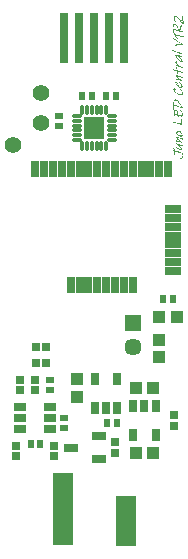
<source format=gts>
G04*
G04 #@! TF.GenerationSoftware,Altium Limited,Altium Designer,18.1.7 (191)*
G04*
G04 Layer_Color=8388736*
%FSLAX24Y24*%
%MOIN*%
G70*
G01*
G75*
%ADD31R,0.0277X0.0237*%
%ADD32R,0.0395X0.0297*%
%ADD33R,0.0297X0.0297*%
%ADD34R,0.0237X0.0277*%
%ADD35R,0.0297X0.0297*%
%ADD36R,0.0316X0.1655*%
%ADD37R,0.0395X0.0395*%
%ADD38O,0.0316X0.0159*%
%ADD39O,0.0159X0.0316*%
%ADD40R,0.0686X0.0749*%
%ADD41R,0.0277X0.0552*%
%ADD42R,0.0552X0.0277*%
%ADD43R,0.0395X0.0395*%
%ADD44R,0.0474X0.0316*%
%ADD45R,0.0671X0.1655*%
%ADD46R,0.0671X0.2442*%
%ADD47R,0.0297X0.0415*%
%ADD48C,0.0552*%
%ADD49R,0.0572X0.0572*%
%ADD50C,0.0572*%
%ADD51C,0.0237*%
G36*
X2924Y17630D02*
X2931Y17629D01*
X2932D01*
X2932Y17628D01*
X2936Y17626D01*
X2940Y17623D01*
X2942Y17620D01*
X2944Y17617D01*
Y17617D01*
X2945Y17615D01*
X2946Y17614D01*
X2947Y17611D01*
X2950Y17605D01*
X2952Y17596D01*
Y17595D01*
X2953Y17592D01*
Y17588D01*
X2954Y17582D01*
X2955Y17574D01*
X2956Y17564D01*
X2958Y17552D01*
X2960Y17537D01*
Y17535D01*
X2960Y17534D01*
Y17531D01*
X2962Y17526D01*
X2963Y17518D01*
X2964Y17510D01*
X2964Y17502D01*
X2966Y17495D01*
X2966Y17489D01*
X2971Y17452D01*
Y17451D01*
X2972Y17449D01*
Y17447D01*
X2973Y17441D01*
X2974Y17433D01*
X2975Y17425D01*
X2977Y17416D01*
X2978Y17408D01*
X2978Y17400D01*
Y17399D01*
X2979Y17397D01*
Y17393D01*
X2979Y17387D01*
X2980Y17381D01*
Y17374D01*
X2981Y17366D01*
Y17356D01*
X2980Y17355D01*
X2979Y17352D01*
X2978Y17347D01*
X2976Y17345D01*
X2974Y17342D01*
X2973D01*
X2973Y17342D01*
X2971Y17341D01*
X2969Y17340D01*
X2966Y17340D01*
X2963D01*
X2959D01*
X2955Y17341D01*
X2954D01*
X2954Y17341D01*
X2951Y17342D01*
X2947Y17344D01*
X2944Y17346D01*
X2943Y17347D01*
X2941Y17349D01*
X2939Y17353D01*
X2935Y17357D01*
X2934Y17358D01*
X2933Y17359D01*
X2932Y17361D01*
X2930Y17364D01*
X2925Y17370D01*
X2918Y17379D01*
X2911Y17388D01*
X2903Y17399D01*
X2895Y17409D01*
X2887Y17419D01*
Y17420D01*
X2886Y17420D01*
X2885Y17422D01*
X2883Y17424D01*
X2882Y17427D01*
X2879Y17430D01*
X2872Y17438D01*
X2864Y17448D01*
X2854Y17461D01*
X2843Y17476D01*
X2830Y17493D01*
X2829Y17493D01*
X2828Y17494D01*
X2826Y17496D01*
X2824Y17499D01*
X2818Y17505D01*
X2810Y17512D01*
X2801Y17522D01*
X2792Y17531D01*
X2782Y17540D01*
X2773Y17549D01*
X2772Y17550D01*
X2769Y17552D01*
X2763Y17556D01*
X2757Y17561D01*
X2750Y17566D01*
X2742Y17571D01*
X2732Y17576D01*
X2723Y17580D01*
X2722Y17580D01*
X2720Y17581D01*
X2716Y17581D01*
X2710Y17583D01*
X2705D01*
X2699D01*
X2694Y17581D01*
X2689Y17579D01*
X2688Y17578D01*
X2687Y17577D01*
X2685Y17575D01*
X2682Y17572D01*
X2681Y17568D01*
X2678Y17562D01*
X2677Y17556D01*
X2676Y17549D01*
Y17543D01*
X2677Y17539D01*
X2678Y17534D01*
X2678Y17529D01*
X2681Y17519D01*
Y17518D01*
X2682Y17516D01*
X2683Y17513D01*
X2685Y17508D01*
X2687Y17503D01*
X2691Y17496D01*
X2695Y17487D01*
X2700Y17477D01*
Y17477D01*
X2700Y17476D01*
X2702Y17473D01*
X2704Y17468D01*
X2708Y17462D01*
Y17462D01*
X2708Y17461D01*
X2710Y17458D01*
X2713Y17454D01*
X2715Y17451D01*
Y17451D01*
X2715Y17450D01*
X2716Y17448D01*
X2717Y17446D01*
X2721Y17441D01*
X2724Y17435D01*
Y17434D01*
X2725Y17433D01*
X2727Y17430D01*
X2728Y17425D01*
X2729Y17421D01*
Y17421D01*
X2728Y17419D01*
X2728Y17417D01*
X2727Y17414D01*
X2725Y17412D01*
X2721Y17410D01*
X2717Y17410D01*
X2712Y17411D01*
X2711D01*
X2709Y17412D01*
X2707Y17413D01*
X2704Y17416D01*
X2701Y17418D01*
X2697Y17422D01*
X2693Y17427D01*
X2689Y17433D01*
X2689Y17434D01*
X2688Y17435D01*
X2687Y17437D01*
X2685Y17440D01*
X2683Y17445D01*
X2681Y17451D01*
X2677Y17458D01*
Y17459D01*
X2676Y17460D01*
X2675Y17462D01*
X2674Y17465D01*
X2671Y17471D01*
X2668Y17477D01*
Y17477D01*
X2668Y17478D01*
X2666Y17481D01*
X2664Y17486D01*
X2661Y17492D01*
X2659Y17499D01*
X2656Y17507D01*
X2653Y17514D01*
X2651Y17522D01*
Y17522D01*
X2650Y17525D01*
X2649Y17528D01*
X2648Y17534D01*
X2647Y17540D01*
X2646Y17547D01*
X2645Y17554D01*
Y17566D01*
X2646Y17569D01*
X2647Y17575D01*
X2648Y17582D01*
X2651Y17590D01*
X2655Y17598D01*
X2660Y17606D01*
X2667Y17611D01*
X2668Y17612D01*
X2671Y17614D01*
X2675Y17615D01*
X2682Y17617D01*
X2689Y17618D01*
X2698Y17619D01*
X2709Y17618D01*
X2715Y17616D01*
X2721Y17614D01*
X2722Y17614D01*
X2725Y17613D01*
X2729Y17611D01*
X2736Y17608D01*
X2743Y17604D01*
X2751Y17599D01*
X2760Y17594D01*
X2769Y17587D01*
X2770Y17587D01*
X2773Y17584D01*
X2778Y17580D01*
X2784Y17575D01*
X2790Y17569D01*
X2797Y17563D01*
X2812Y17549D01*
X2812Y17547D01*
X2815Y17545D01*
X2819Y17541D01*
X2823Y17536D01*
X2829Y17529D01*
X2836Y17522D01*
X2843Y17513D01*
X2851Y17504D01*
X2852Y17503D01*
X2853Y17501D01*
X2857Y17496D01*
X2859Y17493D01*
X2862Y17490D01*
X2865Y17486D01*
X2869Y17481D01*
X2874Y17475D01*
X2879Y17469D01*
X2885Y17462D01*
X2891Y17454D01*
X2898Y17445D01*
X2906Y17435D01*
X2933Y17402D01*
X2933Y17401D01*
X2935Y17399D01*
X2937Y17396D01*
X2940Y17391D01*
X2941Y17390D01*
X2943Y17388D01*
X2945Y17386D01*
X2946Y17385D01*
X2947Y17384D01*
X2947Y17385D01*
X2948Y17386D01*
Y17396D01*
X2947Y17401D01*
X2947Y17406D01*
X2946Y17413D01*
X2945Y17421D01*
X2944Y17430D01*
Y17431D01*
X2943Y17434D01*
X2943Y17439D01*
X2941Y17444D01*
X2941Y17450D01*
X2940Y17455D01*
X2940Y17459D01*
X2939Y17463D01*
X2932Y17504D01*
Y17504D01*
X2932Y17506D01*
Y17509D01*
X2930Y17514D01*
X2930Y17520D01*
X2929Y17528D01*
X2928Y17534D01*
X2928Y17539D01*
X2926Y17546D01*
X2926Y17553D01*
Y17554D01*
X2925Y17556D01*
Y17558D01*
X2925Y17564D01*
X2924Y17571D01*
X2922Y17577D01*
X2922Y17584D01*
X2921Y17590D01*
Y17592D01*
X2920Y17594D01*
Y17595D01*
X2920Y17595D01*
X2918Y17599D01*
X2916Y17603D01*
X2913Y17610D01*
Y17610D01*
X2913Y17611D01*
X2911Y17614D01*
X2910Y17618D01*
X2909Y17622D01*
Y17622D01*
X2910Y17624D01*
X2910Y17626D01*
X2912Y17628D01*
X2914Y17630D01*
X2918Y17631D01*
X2924Y17630D01*
D02*
G37*
G36*
X2683Y17361D02*
X2692Y17359D01*
X2693D01*
X2693Y17359D01*
X2695Y17358D01*
X2697Y17357D01*
X2703Y17355D01*
X2710Y17351D01*
X2719Y17346D01*
X2728Y17340D01*
X2736Y17332D01*
X2745Y17323D01*
X2746Y17322D01*
X2748Y17319D01*
X2753Y17314D01*
X2758Y17307D01*
X2764Y17298D01*
X2770Y17288D01*
X2777Y17276D01*
X2783Y17264D01*
Y17264D01*
X2784Y17262D01*
X2785Y17261D01*
X2786Y17258D01*
X2787Y17255D01*
X2789Y17251D01*
X2791Y17246D01*
X2793Y17240D01*
X2796Y17235D01*
X2799Y17228D01*
X2801Y17221D01*
X2805Y17213D01*
X2811Y17196D01*
X2819Y17176D01*
Y17175D01*
X2819Y17174D01*
X2820Y17171D01*
X2822Y17167D01*
X2823Y17163D01*
X2825Y17159D01*
X2829Y17149D01*
Y17148D01*
X2829Y17147D01*
X2830Y17145D01*
X2831Y17142D01*
X2832Y17137D01*
X2833Y17139D01*
X2833Y17141D01*
X2834Y17145D01*
X2835Y17150D01*
X2837Y17156D01*
X2838Y17162D01*
X2842Y17175D01*
X2846Y17190D01*
X2851Y17206D01*
X2856Y17222D01*
X2860Y17232D01*
Y17233D01*
X2860Y17234D01*
X2861Y17236D01*
X2862Y17240D01*
X2863Y17243D01*
X2865Y17248D01*
X2868Y17258D01*
X2872Y17269D01*
X2876Y17280D01*
X2880Y17291D01*
X2884Y17300D01*
X2884Y17301D01*
X2886Y17303D01*
X2887Y17307D01*
X2890Y17311D01*
X2892Y17315D01*
X2895Y17318D01*
X2898Y17320D01*
X2900D01*
X2902D01*
X2902D01*
X2903Y17319D01*
X2906Y17318D01*
X2911Y17314D01*
X2915Y17311D01*
X2918Y17308D01*
X2919Y17308D01*
X2920Y17307D01*
X2921Y17305D01*
X2923Y17303D01*
X2926Y17297D01*
X2928Y17295D01*
X2928Y17291D01*
Y17288D01*
X2928Y17285D01*
X2926Y17281D01*
X2926Y17281D01*
X2925Y17278D01*
X2922Y17274D01*
X2919Y17269D01*
X2918Y17268D01*
X2916Y17265D01*
X2913Y17260D01*
X2909Y17253D01*
X2903Y17244D01*
X2898Y17233D01*
X2892Y17220D01*
X2886Y17205D01*
X2886Y17205D01*
X2885Y17202D01*
X2883Y17198D01*
X2882Y17193D01*
X2880Y17186D01*
X2877Y17179D01*
X2875Y17170D01*
X2872Y17161D01*
X2871Y17160D01*
X2871Y17157D01*
X2869Y17152D01*
X2868Y17147D01*
X2864Y17136D01*
X2862Y17130D01*
X2860Y17126D01*
X2916Y17110D01*
X2917D01*
X2918Y17110D01*
X2920Y17109D01*
X2923Y17109D01*
X2930Y17107D01*
X2937Y17106D01*
X2937D01*
X2938D01*
X2941D01*
X2945D01*
X2948Y17106D01*
X2948D01*
X2949Y17105D01*
X2952Y17103D01*
X2956Y17099D01*
X2960Y17094D01*
Y17094D01*
X2960Y17093D01*
X2962Y17089D01*
X2964Y17084D01*
X2964Y17079D01*
Y17077D01*
X2964Y17075D01*
X2963Y17073D01*
X2961Y17072D01*
X2959Y17071D01*
X2955Y17070D01*
X2951D01*
X2950D01*
X2949Y17071D01*
X2947Y17071D01*
X2944D01*
X2942Y17072D01*
X2941D01*
X2941D01*
X2939Y17072D01*
X2937Y17073D01*
X2934Y17074D01*
X2930Y17075D01*
X2926Y17076D01*
X2921Y17078D01*
X2921D01*
X2920Y17079D01*
X2917Y17079D01*
X2913Y17080D01*
X2909Y17082D01*
X2902Y17084D01*
X2894Y17086D01*
X2884Y17088D01*
X2883D01*
X2882Y17089D01*
X2880Y17090D01*
X2878Y17091D01*
X2872Y17092D01*
X2865Y17094D01*
X2864D01*
X2863Y17095D01*
X2860Y17096D01*
X2855Y17098D01*
X2850Y17099D01*
X2850Y17098D01*
X2848Y17096D01*
X2848D01*
X2846Y17096D01*
X2844Y17095D01*
X2841Y17095D01*
X2841D01*
X2838Y17095D01*
X2835D01*
X2832Y17096D01*
X2831D01*
X2829Y17096D01*
X2826Y17097D01*
X2824Y17098D01*
X2823Y17098D01*
X2821Y17099D01*
X2819Y17100D01*
X2816Y17103D01*
X2816Y17103D01*
X2815Y17105D01*
X2812Y17109D01*
X2811D01*
X2811Y17110D01*
X2809Y17110D01*
X2807Y17111D01*
X2801Y17113D01*
X2794Y17115D01*
X2785Y17118D01*
X2775Y17121D01*
X2764Y17124D01*
X2753Y17128D01*
X2730Y17135D01*
X2719Y17139D01*
X2709Y17142D01*
X2700Y17145D01*
X2691Y17147D01*
X2685Y17149D01*
X2681Y17151D01*
X2681D01*
X2679Y17152D01*
X2676Y17152D01*
X2672Y17154D01*
X2668Y17155D01*
X2663Y17157D01*
X2653Y17160D01*
X2653D01*
X2652Y17161D01*
X2649Y17162D01*
X2647Y17163D01*
X2645Y17164D01*
X2643Y17164D01*
X2642Y17165D01*
X2641D01*
X2642Y17164D01*
X2643Y17162D01*
X2643Y17158D01*
X2644Y17154D01*
Y17151D01*
X2644Y17148D01*
X2645Y17145D01*
X2646Y17138D01*
X2647Y17134D01*
X2647Y17131D01*
Y17130D01*
X2648Y17130D01*
Y17128D01*
X2648Y17126D01*
X2649Y17120D01*
X2651Y17113D01*
X2653Y17105D01*
X2656Y17096D01*
X2658Y17088D01*
X2660Y17081D01*
Y17080D01*
X2661Y17078D01*
X2663Y17075D01*
X2664Y17070D01*
X2666Y17065D01*
X2668Y17059D01*
X2674Y17047D01*
X2675Y17046D01*
X2676Y17043D01*
X2678Y17040D01*
X2679Y17036D01*
Y17035D01*
X2680Y17033D01*
X2681Y17030D01*
X2681Y17026D01*
Y17024D01*
X2681Y17022D01*
X2679Y17019D01*
X2677Y17017D01*
X2679Y17015D01*
X2685Y17011D01*
X2685D01*
X2686D01*
X2688Y17010D01*
X2691Y17009D01*
X2697Y17008D01*
X2706Y17006D01*
X2706D01*
X2707Y17005D01*
X2709Y17005D01*
X2711Y17004D01*
X2715Y17003D01*
X2719Y17002D01*
X2723Y17001D01*
X2729Y16999D01*
X2736Y16997D01*
X2743Y16995D01*
X2752Y16993D01*
X2762Y16990D01*
X2773Y16987D01*
X2784Y16984D01*
X2797Y16981D01*
X2811Y16977D01*
X2812D01*
X2815Y16976D01*
X2819Y16975D01*
X2824Y16973D01*
X2830Y16971D01*
X2837Y16970D01*
X2845Y16968D01*
X2854Y16966D01*
X2871Y16961D01*
X2888Y16957D01*
X2897Y16955D01*
X2903Y16954D01*
X2910Y16952D01*
X2916Y16951D01*
X2916D01*
X2917D01*
X2920Y16950D01*
X2924Y16950D01*
X2928Y16949D01*
X2934Y16948D01*
X2941Y16947D01*
X2950Y16947D01*
X2950D01*
X2953D01*
X2957Y16946D01*
X2963Y16946D01*
X2963D01*
X2964D01*
X2967Y16945D01*
X2971Y16944D01*
X2972Y16944D01*
X2973D01*
X2974D01*
X2974Y16943D01*
X2978Y16942D01*
X2982Y16937D01*
X2984Y16935D01*
X2986Y16932D01*
Y16931D01*
X2988Y16930D01*
X2988Y16928D01*
X2989Y16926D01*
X2991Y16920D01*
X2992Y16913D01*
Y16912D01*
X2991Y16910D01*
X2990Y16908D01*
X2988Y16907D01*
X2986Y16906D01*
X2982Y16905D01*
X2982D01*
X2981D01*
X2978Y16904D01*
X2976D01*
X2973D01*
X2969D01*
X2959Y16905D01*
X2959D01*
X2957Y16906D01*
X2954Y16906D01*
X2950Y16907D01*
X2945Y16908D01*
X2939Y16909D01*
X2931Y16911D01*
X2922Y16913D01*
X2912Y16916D01*
X2901Y16918D01*
X2888Y16921D01*
X2875Y16924D01*
X2860Y16928D01*
X2844Y16932D01*
X2826Y16937D01*
X2807Y16942D01*
X2712Y16969D01*
X2713Y16969D01*
X2714Y16967D01*
X2716Y16965D01*
X2718Y16962D01*
X2721Y16958D01*
X2725Y16954D01*
X2729Y16948D01*
X2733Y16943D01*
X2743Y16929D01*
X2753Y16914D01*
X2763Y16898D01*
X2773Y16880D01*
X2774Y16879D01*
X2774Y16878D01*
X2776Y16875D01*
X2777Y16872D01*
X2780Y16866D01*
X2780Y16862D01*
X2781Y16860D01*
Y16859D01*
X2780Y16856D01*
X2779Y16853D01*
X2776Y16851D01*
X2776Y16850D01*
X2773Y16849D01*
X2770D01*
X2767D01*
X2766D01*
X2765Y16850D01*
X2763Y16851D01*
X2762Y16853D01*
X2759Y16855D01*
X2756Y16859D01*
X2753Y16863D01*
X2750Y16868D01*
Y16869D01*
X2750Y16870D01*
X2747Y16873D01*
X2744Y16879D01*
X2740Y16886D01*
X2736Y16894D01*
X2730Y16903D01*
X2718Y16921D01*
Y16922D01*
X2717Y16923D01*
X2715Y16926D01*
X2711Y16931D01*
X2706Y16937D01*
X2701Y16946D01*
X2694Y16955D01*
X2687Y16965D01*
X2680Y16976D01*
X2676Y16979D01*
X2670Y16981D01*
X2666Y16982D01*
X2664Y16983D01*
X2663Y16984D01*
X2660Y16985D01*
X2658Y16988D01*
X2657Y16988D01*
X2657Y16989D01*
X2656Y16991D01*
X2656Y16992D01*
Y16993D01*
X2655Y16995D01*
X2655Y16997D01*
Y17004D01*
X2655Y17007D01*
X2656Y17012D01*
X2659Y17017D01*
X2659Y17018D01*
X2661Y17020D01*
X2660Y17021D01*
X2657Y17024D01*
X2653Y17029D01*
X2651Y17033D01*
X2649Y17036D01*
X2647Y17041D01*
X2645Y17045D01*
X2643Y17051D01*
X2640Y17057D01*
Y17058D01*
X2640Y17059D01*
X2639Y17061D01*
X2638Y17064D01*
X2637Y17067D01*
X2636Y17071D01*
X2633Y17080D01*
X2630Y17091D01*
X2626Y17103D01*
X2623Y17117D01*
X2620Y17131D01*
Y17132D01*
X2619Y17135D01*
X2618Y17139D01*
X2618Y17145D01*
X2617Y17153D01*
X2615Y17162D01*
X2614Y17172D01*
X2613Y17183D01*
Y17185D01*
X2613Y17186D01*
Y17189D01*
X2612Y17195D01*
X2611Y17203D01*
X2611Y17212D01*
X2610Y17221D01*
X2610Y17232D01*
Y17249D01*
X2610Y17253D01*
Y17258D01*
X2611Y17268D01*
X2612Y17280D01*
X2614Y17293D01*
X2617Y17305D01*
X2620Y17316D01*
Y17317D01*
X2621Y17318D01*
X2622Y17321D01*
X2624Y17326D01*
X2628Y17333D01*
X2632Y17339D01*
X2636Y17346D01*
X2642Y17352D01*
X2649Y17356D01*
X2649Y17357D01*
X2652Y17358D01*
X2656Y17359D01*
X2661Y17361D01*
X2668Y17362D01*
X2675D01*
X2683Y17361D01*
D02*
G37*
G36*
X2652Y16888D02*
X2653Y16887D01*
X2655Y16885D01*
X2657Y16883D01*
X2659Y16880D01*
X2661Y16877D01*
X2662Y16876D01*
X2663Y16875D01*
X2664Y16874D01*
X2666Y16871D01*
X2672Y16865D01*
X2679Y16858D01*
X2680Y16857D01*
X2682Y16856D01*
X2685Y16854D01*
X2688Y16852D01*
X2693Y16848D01*
X2698Y16844D01*
X2705Y16840D01*
X2713Y16834D01*
X2714Y16834D01*
X2717Y16832D01*
X2722Y16829D01*
X2729Y16824D01*
X2738Y16818D01*
X2750Y16811D01*
X2763Y16803D01*
X2778Y16794D01*
X2827Y16764D01*
X2828Y16763D01*
X2830Y16761D01*
X2835Y16759D01*
X2840Y16755D01*
X2847Y16751D01*
X2855Y16747D01*
X2863Y16742D01*
X2872Y16736D01*
X2892Y16724D01*
X2911Y16713D01*
X2921Y16708D01*
X2930Y16702D01*
X2938Y16698D01*
X2945Y16694D01*
X2946D01*
X2947Y16694D01*
X2950Y16691D01*
X2955Y16687D01*
X2960Y16681D01*
Y16680D01*
X2961Y16679D01*
X2962Y16677D01*
X2963Y16674D01*
X2964Y16671D01*
X2966Y16667D01*
X2966Y16662D01*
X2967Y16657D01*
X2966Y16656D01*
X2964Y16655D01*
X2962Y16654D01*
X2959Y16652D01*
X2956Y16652D01*
X2953Y16651D01*
X2949Y16650D01*
X2944Y16649D01*
X2939Y16648D01*
X2932Y16648D01*
X2925Y16647D01*
X2924D01*
X2923D01*
X2920D01*
X2917Y16647D01*
X2913D01*
X2907Y16646D01*
X2902Y16645D01*
X2895Y16645D01*
X2887Y16644D01*
X2879Y16644D01*
X2870Y16643D01*
X2861Y16643D01*
X2850Y16642D01*
X2839Y16641D01*
X2827Y16640D01*
X2815Y16639D01*
X2815D01*
X2814D01*
X2812Y16639D01*
X2810D01*
X2807Y16638D01*
X2803Y16637D01*
X2794Y16636D01*
X2784Y16635D01*
X2773Y16633D01*
X2761Y16632D01*
X2748Y16629D01*
X2747D01*
X2746D01*
X2744Y16629D01*
X2743Y16628D01*
X2737Y16627D01*
X2730Y16626D01*
X2724Y16624D01*
X2717Y16623D01*
X2712Y16621D01*
X2710Y16620D01*
X2709Y16620D01*
X2709D01*
X2708Y16618D01*
X2704Y16617D01*
X2699Y16615D01*
X2696D01*
X2693Y16616D01*
X2691Y16616D01*
X2689Y16618D01*
X2687Y16620D01*
X2685Y16622D01*
X2683Y16624D01*
X2681Y16628D01*
X2680Y16628D01*
X2679Y16629D01*
X2678Y16631D01*
X2677Y16634D01*
X2675Y16640D01*
X2674Y16643D01*
Y16649D01*
X2675Y16652D01*
X2676Y16654D01*
X2676Y16655D01*
X2678Y16655D01*
X2680Y16657D01*
X2683Y16658D01*
X2684D01*
X2685Y16659D01*
X2688Y16659D01*
X2692Y16660D01*
X2698Y16661D01*
X2705Y16662D01*
X2713Y16664D01*
X2724Y16665D01*
X2724D01*
X2725D01*
X2727Y16666D01*
X2729D01*
X2735Y16667D01*
X2743Y16667D01*
X2753Y16668D01*
X2763Y16670D01*
X2775Y16671D01*
X2788Y16672D01*
X2887Y16677D01*
X2887D01*
X2888D01*
X2890Y16677D01*
X2892D01*
X2899Y16678D01*
X2906Y16678D01*
X2913Y16679D01*
X2920Y16678D01*
X2923Y16678D01*
X2921Y16679D01*
X2917Y16681D01*
X2910Y16684D01*
X2902Y16689D01*
X2897Y16692D01*
X2891Y16695D01*
X2890D01*
X2889Y16696D01*
X2887Y16697D01*
X2885Y16698D01*
X2882Y16700D01*
X2878Y16702D01*
X2869Y16708D01*
X2858Y16715D01*
X2845Y16722D01*
X2830Y16731D01*
X2815Y16740D01*
X2814Y16740D01*
X2812Y16742D01*
X2809Y16743D01*
X2804Y16746D01*
X2800Y16749D01*
X2793Y16753D01*
X2787Y16757D01*
X2780Y16761D01*
X2765Y16770D01*
X2748Y16780D01*
X2733Y16789D01*
X2726Y16794D01*
X2719Y16798D01*
X2719D01*
X2717Y16799D01*
X2716Y16800D01*
X2713Y16802D01*
X2707Y16806D01*
X2699Y16811D01*
X2690Y16817D01*
X2681Y16823D01*
X2672Y16830D01*
X2664Y16836D01*
X2663Y16837D01*
X2661Y16838D01*
X2657Y16841D01*
X2653Y16845D01*
X2645Y16852D01*
X2641Y16856D01*
X2637Y16860D01*
X2637Y16860D01*
X2636Y16861D01*
X2635Y16863D01*
X2633Y16866D01*
X2631Y16871D01*
X2630Y16875D01*
X2630Y16878D01*
Y16879D01*
X2631Y16881D01*
X2632Y16882D01*
X2634Y16884D01*
X2636Y16885D01*
X2639Y16886D01*
X2640D01*
X2640Y16887D01*
X2644Y16888D01*
X2648Y16889D01*
X2651D01*
X2652Y16888D01*
D02*
G37*
G36*
X2610Y16482D02*
X2612Y16482D01*
X2615Y16481D01*
X2619Y16480D01*
X2623Y16479D01*
X2624Y16478D01*
X2625Y16478D01*
X2626D01*
X2627Y16477D01*
X2630Y16476D01*
X2634Y16474D01*
X2634D01*
X2635Y16474D01*
X2637Y16473D01*
X2640Y16472D01*
X2643Y16471D01*
X2646Y16470D01*
X2650Y16468D01*
X2655Y16466D01*
X2666Y16462D01*
X2679Y16457D01*
X2694Y16451D01*
X2710Y16444D01*
X2728Y16438D01*
X2747Y16430D01*
X2767Y16423D01*
X2788Y16415D01*
X2809Y16408D01*
X2830Y16400D01*
X2875Y16384D01*
X2875D01*
X2877Y16383D01*
X2880Y16383D01*
X2884Y16382D01*
X2888Y16381D01*
X2894Y16380D01*
X2906D01*
X2906D01*
X2909D01*
X2911Y16381D01*
X2914D01*
X2918D01*
X2921D01*
X2923D01*
X2924D01*
X2925D01*
X2925Y16380D01*
X2928Y16379D01*
X2932Y16375D01*
X2933Y16372D01*
X2935Y16369D01*
Y16368D01*
X2936Y16367D01*
X2936Y16366D01*
X2937Y16363D01*
X2938Y16357D01*
X2939Y16351D01*
Y16350D01*
X2938Y16348D01*
X2937Y16347D01*
X2935Y16345D01*
X2932Y16343D01*
X2929Y16342D01*
X2924Y16341D01*
X2923D01*
X2921D01*
X2917Y16342D01*
X2913Y16342D01*
X2906Y16344D01*
X2899Y16345D01*
X2890Y16348D01*
X2880Y16351D01*
X2880D01*
X2878Y16352D01*
X2875Y16353D01*
X2871Y16355D01*
X2866Y16356D01*
X2860Y16359D01*
X2853Y16361D01*
X2845Y16364D01*
X2836Y16367D01*
X2826Y16370D01*
X2816Y16374D01*
X2804Y16378D01*
X2793Y16382D01*
X2780Y16386D01*
X2767Y16391D01*
X2753Y16396D01*
X2752Y16397D01*
X2750Y16397D01*
X2746Y16398D01*
X2741Y16401D01*
X2735Y16402D01*
X2727Y16405D01*
X2720Y16408D01*
X2711Y16411D01*
X2693Y16417D01*
X2674Y16424D01*
X2656Y16431D01*
X2648Y16434D01*
X2640Y16436D01*
X2640D01*
X2638Y16438D01*
X2635Y16439D01*
X2632Y16440D01*
X2627Y16442D01*
X2622Y16445D01*
X2613Y16451D01*
X2612Y16452D01*
X2610Y16453D01*
X2608Y16455D01*
X2606Y16458D01*
X2603Y16462D01*
X2601Y16466D01*
X2599Y16470D01*
X2599Y16476D01*
Y16477D01*
X2599Y16480D01*
X2602Y16482D01*
X2603Y16483D01*
X2605D01*
X2606D01*
X2610Y16482D01*
D02*
G37*
G36*
X2743Y16327D02*
X2748Y16326D01*
X2748D01*
X2750Y16325D01*
X2753Y16323D01*
X2757Y16322D01*
X2764Y16317D01*
X2768Y16314D01*
X2771Y16310D01*
X2769Y16313D01*
Y16315D01*
X2769Y16316D01*
X2771Y16318D01*
X2773Y16319D01*
X2776Y16320D01*
X2780D01*
X2785Y16319D01*
X2786D01*
X2786Y16318D01*
X2789Y16318D01*
X2792Y16317D01*
X2796Y16316D01*
X2801Y16314D01*
X2808Y16312D01*
X2816Y16310D01*
X2817D01*
X2820Y16308D01*
X2824Y16307D01*
X2829Y16306D01*
X2835Y16304D01*
X2842Y16302D01*
X2848Y16300D01*
X2854Y16298D01*
X2854D01*
X2857Y16298D01*
X2860Y16296D01*
X2864Y16295D01*
X2868Y16294D01*
X2873Y16292D01*
X2884Y16289D01*
X2884D01*
X2886Y16288D01*
X2889Y16287D01*
X2892Y16287D01*
X2899Y16284D01*
X2903Y16283D01*
X2906Y16282D01*
X2906D01*
X2907D01*
X2909Y16283D01*
X2912Y16284D01*
X2913Y16284D01*
X2914Y16285D01*
X2917Y16285D01*
X2919Y16285D01*
X2920D01*
X2920Y16284D01*
X2924Y16283D01*
X2928Y16279D01*
X2932Y16276D01*
X2935Y16273D01*
X2935Y16273D01*
X2936Y16272D01*
X2937Y16270D01*
X2939Y16268D01*
X2942Y16263D01*
X2943Y16260D01*
X2943Y16257D01*
Y16256D01*
X2942Y16251D01*
X2940Y16250D01*
X2939Y16247D01*
X2936Y16246D01*
X2932Y16245D01*
X2932D01*
X2930D01*
X2928D01*
X2925D01*
X2921Y16246D01*
X2917Y16246D01*
X2907Y16249D01*
X2906D01*
X2904Y16250D01*
X2901Y16251D01*
X2898Y16252D01*
X2894Y16253D01*
X2890Y16255D01*
X2886Y16257D01*
X2880Y16258D01*
X2873Y16261D01*
X2867Y16264D01*
X2858Y16266D01*
X2849Y16270D01*
X2839Y16273D01*
X2822Y16280D01*
X2821D01*
X2820Y16280D01*
X2817Y16281D01*
X2814Y16283D01*
X2812Y16283D01*
X2811Y16284D01*
X2811Y16283D01*
X2812Y16283D01*
X2814Y16281D01*
X2816Y16279D01*
X2822Y16273D01*
X2830Y16266D01*
X2839Y16257D01*
X2850Y16248D01*
X2860Y16238D01*
X2871Y16227D01*
Y16227D01*
X2872Y16226D01*
X2873Y16224D01*
X2875Y16223D01*
X2880Y16216D01*
X2887Y16209D01*
X2894Y16199D01*
X2903Y16188D01*
X2911Y16176D01*
X2921Y16162D01*
Y16162D01*
X2922Y16160D01*
X2923Y16159D01*
X2924Y16156D01*
X2926Y16152D01*
X2928Y16149D01*
X2932Y16140D01*
X2937Y16129D01*
X2941Y16117D01*
X2943Y16105D01*
X2944Y16092D01*
Y16090D01*
X2944Y16087D01*
X2943Y16083D01*
X2942Y16079D01*
X2940Y16076D01*
X2937Y16072D01*
X2934Y16069D01*
X2933D01*
X2932Y16069D01*
X2930Y16068D01*
X2926Y16067D01*
X2923D01*
X2918D01*
X2913Y16068D01*
X2907Y16069D01*
X2906Y16070D01*
X2903Y16071D01*
X2899Y16073D01*
X2892Y16076D01*
X2885Y16081D01*
X2876Y16087D01*
X2865Y16095D01*
X2854Y16105D01*
X2853Y16105D01*
X2852Y16106D01*
X2850Y16107D01*
X2848Y16110D01*
X2845Y16113D01*
X2842Y16116D01*
X2833Y16124D01*
X2823Y16133D01*
X2812Y16145D01*
X2800Y16157D01*
X2787Y16171D01*
X2786Y16171D01*
X2785Y16173D01*
X2784Y16175D01*
X2781Y16177D01*
X2778Y16181D01*
X2775Y16185D01*
X2767Y16194D01*
X2758Y16205D01*
X2749Y16217D01*
X2740Y16230D01*
X2731Y16243D01*
X2731Y16244D01*
X2729Y16246D01*
X2727Y16251D01*
X2723Y16256D01*
X2720Y16261D01*
X2717Y16267D01*
X2714Y16273D01*
X2712Y16278D01*
Y16279D01*
X2711Y16280D01*
X2710Y16283D01*
X2709Y16286D01*
X2707Y16293D01*
X2706Y16300D01*
Y16302D01*
X2707Y16306D01*
X2709Y16311D01*
X2712Y16316D01*
Y16317D01*
X2713Y16317D01*
X2716Y16320D01*
X2720Y16323D01*
X2727Y16326D01*
X2727D01*
X2728Y16327D01*
X2730Y16328D01*
X2733D01*
X2739D01*
X2743Y16327D01*
D02*
G37*
G36*
X2737Y16109D02*
X2740Y16108D01*
X2741Y16107D01*
X2744Y16106D01*
X2746Y16104D01*
X2748Y16102D01*
X2751Y16099D01*
X2753Y16096D01*
Y16095D01*
X2754Y16094D01*
X2755Y16092D01*
X2756Y16091D01*
X2758Y16086D01*
X2759Y16083D01*
X2759Y16080D01*
Y16080D01*
X2759Y16078D01*
X2758Y16075D01*
X2756Y16072D01*
X2755Y16072D01*
X2754Y16071D01*
X2751Y16069D01*
X2747Y16068D01*
X2746D01*
X2744Y16067D01*
X2742Y16065D01*
X2740Y16063D01*
X2740Y16062D01*
X2739Y16060D01*
X2738Y16058D01*
X2738Y16055D01*
Y16054D01*
X2738Y16053D01*
X2739Y16050D01*
X2742Y16046D01*
X2746Y16040D01*
X2748Y16036D01*
X2752Y16032D01*
X2756Y16027D01*
X2761Y16022D01*
X2766Y16017D01*
X2772Y16011D01*
X2773Y16010D01*
X2774Y16009D01*
X2776Y16007D01*
X2778Y16005D01*
X2781Y16001D01*
X2786Y15998D01*
X2791Y15994D01*
X2796Y15989D01*
X2802Y15984D01*
X2808Y15978D01*
X2816Y15972D01*
X2823Y15966D01*
X2841Y15952D01*
X2860Y15938D01*
X2860D01*
X2861Y15937D01*
X2864Y15936D01*
X2867Y15936D01*
X2870Y15935D01*
X2875Y15933D01*
X2880Y15932D01*
X2886Y15930D01*
X2886D01*
X2888Y15929D01*
X2891Y15929D01*
X2895Y15928D01*
X2902Y15925D01*
X2906Y15925D01*
X2910Y15924D01*
X2929Y15919D01*
X2930D01*
X2930Y15918D01*
X2933Y15917D01*
X2938Y15914D01*
X2943Y15910D01*
X2944Y15909D01*
X2945Y15905D01*
X2948Y15900D01*
X2948Y15897D01*
X2949Y15893D01*
Y15893D01*
X2948Y15891D01*
X2948Y15890D01*
X2946Y15888D01*
X2943Y15886D01*
X2939Y15885D01*
X2933D01*
X2926Y15886D01*
X2925Y15887D01*
X2922Y15887D01*
X2917Y15889D01*
X2909Y15891D01*
X2900Y15893D01*
X2889Y15897D01*
X2876Y15901D01*
X2862Y15905D01*
X2861D01*
X2860Y15906D01*
X2858Y15906D01*
X2854Y15908D01*
X2850Y15909D01*
X2845Y15910D01*
X2839Y15912D01*
X2833Y15915D01*
X2831Y15915D01*
X2829Y15916D01*
X2825Y15917D01*
X2820Y15919D01*
X2813Y15921D01*
X2806Y15923D01*
X2797Y15926D01*
X2787Y15929D01*
X2786D01*
X2785Y15929D01*
X2783Y15930D01*
X2781Y15931D01*
X2777Y15932D01*
X2773Y15934D01*
X2765Y15936D01*
X2755Y15939D01*
X2746Y15942D01*
X2736Y15945D01*
X2729Y15947D01*
X2728D01*
X2727Y15948D01*
X2724Y15950D01*
X2721Y15952D01*
X2719Y15955D01*
X2716Y15959D01*
X2715Y15964D01*
X2714Y15970D01*
Y15972D01*
X2715Y15976D01*
X2716Y15978D01*
X2718Y15980D01*
X2720Y15981D01*
X2723D01*
X2724D01*
X2725D01*
X2727Y15981D01*
X2730Y15980D01*
X2734Y15979D01*
X2739Y15978D01*
X2744Y15976D01*
X2751Y15974D01*
X2819Y15951D01*
X2817Y15952D01*
X2815Y15953D01*
X2808Y15957D01*
X2800Y15962D01*
X2791Y15968D01*
X2781Y15974D01*
X2771Y15982D01*
X2761Y15992D01*
X2760Y15992D01*
X2759Y15993D01*
X2756Y15996D01*
X2751Y16001D01*
X2746Y16007D01*
X2739Y16015D01*
X2732Y16023D01*
X2725Y16031D01*
X2720Y16039D01*
X2719Y16040D01*
X2717Y16042D01*
X2715Y16046D01*
X2712Y16052D01*
X2709Y16057D01*
X2707Y16063D01*
X2705Y16069D01*
X2705Y16075D01*
Y16079D01*
X2705Y16082D01*
X2707Y16088D01*
X2710Y16095D01*
Y16095D01*
X2712Y16096D01*
X2714Y16099D01*
X2718Y16103D01*
X2724Y16107D01*
X2724D01*
X2725Y16107D01*
X2729Y16109D01*
X2734Y16109D01*
X2737Y16109D01*
D02*
G37*
G36*
X2740Y15918D02*
X2743Y15917D01*
X2744D01*
X2745Y15917D01*
X2747Y15916D01*
X2749Y15915D01*
X2754Y15910D01*
X2757Y15907D01*
X2759Y15904D01*
Y15903D01*
X2759Y15902D01*
X2761Y15900D01*
X2762Y15896D01*
X2763Y15892D01*
X2764Y15887D01*
X2765Y15881D01*
X2766Y15874D01*
Y15874D01*
X2767Y15872D01*
Y15870D01*
X2767Y15867D01*
X2768Y15863D01*
X2769Y15859D01*
X2770Y15850D01*
X2772Y15841D01*
X2773Y15832D01*
X2774Y15828D01*
X2774Y15824D01*
Y15821D01*
X2775Y15819D01*
X2779Y15795D01*
X2780Y15795D01*
X2783Y15794D01*
X2788Y15792D01*
X2794Y15790D01*
X2801Y15788D01*
X2810Y15785D01*
X2818Y15782D01*
X2827Y15779D01*
X2829Y15779D01*
X2831Y15778D01*
X2836Y15776D01*
X2842Y15775D01*
X2849Y15773D01*
X2857Y15771D01*
X2873Y15766D01*
X2874Y15766D01*
X2878Y15765D01*
X2882Y15764D01*
X2888Y15762D01*
X2895Y15761D01*
X2901Y15760D01*
X2908Y15759D01*
X2914Y15758D01*
X2914D01*
X2916D01*
X2918D01*
X2921D01*
X2926D01*
X2929D01*
X2930D01*
X2931D01*
X2932Y15758D01*
X2935Y15756D01*
X2937Y15754D01*
X2939Y15752D01*
X2941Y15750D01*
X2943Y15746D01*
Y15746D01*
X2943Y15745D01*
X2944Y15743D01*
X2945Y15741D01*
X2947Y15735D01*
X2948Y15730D01*
Y15730D01*
X2947Y15728D01*
X2947Y15726D01*
X2945Y15723D01*
X2944D01*
X2943Y15723D01*
X2941Y15722D01*
X2939Y15722D01*
X2938D01*
X2937D01*
X2935D01*
X2933D01*
X2929Y15722D01*
X2925Y15723D01*
X2920Y15723D01*
X2913Y15724D01*
X2913D01*
X2910Y15725D01*
X2906Y15726D01*
X2902Y15727D01*
X2895Y15728D01*
X2889Y15730D01*
X2882Y15732D01*
X2873Y15734D01*
X2872D01*
X2870Y15735D01*
X2866Y15736D01*
X2861Y15738D01*
X2854Y15739D01*
X2847Y15742D01*
X2838Y15744D01*
X2829Y15747D01*
X2829D01*
X2828Y15747D01*
X2825Y15748D01*
X2820Y15750D01*
X2814Y15752D01*
X2807Y15754D01*
X2799Y15757D01*
X2791Y15759D01*
X2784Y15762D01*
Y15761D01*
X2784Y15758D01*
X2785Y15753D01*
X2786Y15747D01*
X2788Y15739D01*
X2790Y15731D01*
X2792Y15721D01*
X2794Y15710D01*
Y15709D01*
X2795Y15706D01*
X2796Y15701D01*
X2796Y15696D01*
X2797Y15690D01*
X2799Y15685D01*
X2799Y15681D01*
Y15677D01*
X2799Y15674D01*
X2797Y15670D01*
X2795Y15666D01*
X2794Y15665D01*
X2792Y15664D01*
X2788Y15663D01*
X2785D01*
X2782Y15663D01*
X2782D01*
X2781Y15664D01*
X2777Y15666D01*
X2774Y15669D01*
X2772Y15671D01*
X2771Y15674D01*
Y15674D01*
X2770Y15675D01*
X2769Y15678D01*
X2769Y15684D01*
X2768Y15691D01*
Y15694D01*
X2767Y15696D01*
Y15699D01*
X2767Y15703D01*
X2766Y15707D01*
X2766Y15711D01*
Y15712D01*
X2765Y15713D01*
Y15716D01*
X2765Y15719D01*
X2763Y15724D01*
X2763Y15727D01*
X2762Y15729D01*
Y15730D01*
X2762Y15731D01*
Y15733D01*
X2761Y15735D01*
X2760Y15741D01*
X2759Y15748D01*
X2758Y15756D01*
X2757Y15762D01*
X2755Y15768D01*
X2755Y15770D01*
Y15772D01*
X2754D01*
X2754Y15772D01*
X2752D01*
X2750Y15773D01*
X2747Y15774D01*
X2743Y15775D01*
X2739Y15776D01*
X2733Y15778D01*
X2732Y15779D01*
X2729Y15779D01*
X2725Y15780D01*
X2721Y15781D01*
X2710Y15785D01*
X2705Y15787D01*
X2700Y15788D01*
X2700Y15789D01*
X2697Y15790D01*
X2694Y15791D01*
X2690Y15792D01*
X2680Y15796D01*
X2675Y15798D01*
X2671Y15799D01*
X2671D01*
X2670Y15800D01*
X2667Y15801D01*
X2665Y15802D01*
X2659Y15806D01*
X2652Y15810D01*
X2652Y15811D01*
X2651Y15812D01*
X2648Y15814D01*
X2646Y15817D01*
X2644Y15820D01*
X2642Y15824D01*
X2641Y15828D01*
X2640Y15833D01*
Y15834D01*
X2641Y15836D01*
X2641Y15839D01*
X2643Y15841D01*
X2644D01*
X2645Y15842D01*
X2648D01*
X2651Y15841D01*
X2652D01*
X2653Y15841D01*
X2654Y15840D01*
X2656Y15839D01*
X2659Y15837D01*
X2663Y15836D01*
X2668Y15833D01*
X2668Y15833D01*
X2670Y15832D01*
X2673Y15831D01*
X2677Y15829D01*
X2682Y15827D01*
X2689Y15824D01*
X2695Y15822D01*
X2704Y15819D01*
X2704D01*
X2707Y15818D01*
X2710Y15817D01*
X2716Y15815D01*
X2721Y15813D01*
X2728Y15811D01*
X2742Y15807D01*
X2750Y15804D01*
Y15805D01*
X2750Y15806D01*
Y15807D01*
X2749Y15810D01*
X2748Y15813D01*
X2748Y15816D01*
X2747Y15821D01*
X2746Y15826D01*
X2744Y15832D01*
X2743Y15838D01*
X2742Y15846D01*
X2740Y15855D01*
X2738Y15864D01*
X2735Y15875D01*
X2733Y15887D01*
Y15887D01*
X2732Y15889D01*
X2731Y15890D01*
X2727Y15893D01*
X2727D01*
X2726Y15894D01*
X2724Y15897D01*
X2722Y15900D01*
X2721Y15902D01*
Y15905D01*
X2722Y15908D01*
X2724Y15912D01*
X2726Y15914D01*
X2728Y15916D01*
X2729D01*
X2729Y15916D01*
X2733Y15917D01*
X2738Y15919D01*
X2740Y15918D01*
D02*
G37*
G36*
X2750Y15640D02*
X2751D01*
X2751D01*
X2753Y15639D01*
X2755D01*
X2761Y15638D01*
X2768Y15637D01*
X2778Y15635D01*
X2789Y15632D01*
X2801Y15629D01*
X2815Y15625D01*
X2816D01*
X2818Y15625D01*
X2820Y15624D01*
X2823Y15623D01*
X2828Y15621D01*
X2834Y15620D01*
X2840Y15617D01*
X2848Y15615D01*
X2856Y15612D01*
X2865Y15609D01*
X2876Y15606D01*
X2887Y15602D01*
X2899Y15598D01*
X2911Y15594D01*
X2925Y15590D01*
X2940Y15584D01*
X2940D01*
X2941Y15584D01*
X2944Y15582D01*
X2948Y15579D01*
X2952Y15574D01*
Y15573D01*
X2953Y15572D01*
X2955Y15568D01*
X2956Y15563D01*
X2958Y15557D01*
Y15556D01*
X2957Y15554D01*
X2956Y15550D01*
X2954Y15547D01*
X2954Y15546D01*
X2952Y15545D01*
X2949Y15545D01*
X2945Y15545D01*
X2944Y15546D01*
X2941Y15546D01*
X2937Y15548D01*
X2930Y15551D01*
X2922Y15554D01*
X2912Y15558D01*
X2899Y15563D01*
X2886Y15569D01*
X2885D01*
X2884Y15569D01*
X2882Y15571D01*
X2879Y15572D01*
X2875Y15574D01*
X2871Y15575D01*
X2861Y15579D01*
X2849Y15583D01*
X2838Y15588D01*
X2826Y15592D01*
X2815Y15596D01*
X2814D01*
X2814Y15597D01*
X2810Y15598D01*
X2806Y15599D01*
X2799Y15601D01*
X2792Y15603D01*
X2785Y15605D01*
X2778Y15607D01*
X2772Y15609D01*
X2772D01*
X2770Y15609D01*
X2767Y15610D01*
X2764Y15610D01*
X2762Y15611D01*
X2759Y15612D01*
X2757D01*
X2757Y15611D01*
Y15610D01*
X2757Y15609D01*
X2758Y15605D01*
X2761Y15601D01*
X2766Y15595D01*
X2769Y15591D01*
X2773Y15587D01*
X2777Y15583D01*
X2782Y15578D01*
X2788Y15573D01*
X2795Y15567D01*
X2795Y15567D01*
X2796Y15566D01*
X2799Y15564D01*
X2801Y15561D01*
X2806Y15559D01*
X2810Y15555D01*
X2815Y15550D01*
X2822Y15546D01*
X2829Y15541D01*
X2836Y15534D01*
X2845Y15528D01*
X2854Y15521D01*
X2864Y15514D01*
X2874Y15506D01*
X2886Y15498D01*
X2897Y15489D01*
X2916Y15476D01*
X2917Y15476D01*
X2920Y15473D01*
X2922Y15470D01*
X2925Y15465D01*
Y15464D01*
X2926Y15464D01*
X2927Y15461D01*
X2928Y15456D01*
X2929Y15451D01*
Y15447D01*
X2928Y15445D01*
X2927Y15442D01*
X2926Y15441D01*
X2925Y15440D01*
X2922D01*
X2918Y15441D01*
X2880Y15450D01*
X2813Y15466D01*
X2812D01*
X2811Y15466D01*
X2809Y15467D01*
X2806Y15468D01*
X2803Y15469D01*
X2799Y15469D01*
X2789Y15472D01*
X2778Y15474D01*
X2766Y15477D01*
X2754Y15480D01*
X2742Y15482D01*
X2742D01*
X2741D01*
X2738Y15483D01*
X2735Y15484D01*
X2731Y15484D01*
X2731D01*
X2729Y15485D01*
X2726Y15487D01*
X2721Y15491D01*
X2717Y15497D01*
Y15497D01*
X2716Y15499D01*
X2715Y15500D01*
X2714Y15503D01*
X2712Y15509D01*
X2711Y15516D01*
Y15517D01*
X2712Y15517D01*
X2712Y15519D01*
X2714Y15520D01*
X2717Y15521D01*
X2721Y15521D01*
X2728Y15521D01*
X2731Y15520D01*
X2736Y15519D01*
X2737D01*
X2740Y15518D01*
X2743Y15517D01*
X2746Y15517D01*
X2750Y15515D01*
X2754Y15514D01*
X2759Y15513D01*
X2765Y15511D01*
X2770Y15510D01*
X2777Y15508D01*
X2784Y15506D01*
X2792Y15504D01*
X2800Y15502D01*
X2810Y15499D01*
X2833Y15492D01*
X2833D01*
X2835Y15492D01*
X2837Y15491D01*
X2840Y15491D01*
X2844Y15489D01*
X2849Y15488D01*
X2858Y15485D01*
X2868Y15483D01*
X2874Y15481D01*
X2873Y15482D01*
X2868Y15485D01*
X2863Y15489D01*
X2856Y15495D01*
X2849Y15500D01*
X2841Y15506D01*
X2823Y15519D01*
X2805Y15534D01*
X2786Y15549D01*
X2769Y15563D01*
X2768Y15564D01*
X2767Y15565D01*
X2765Y15567D01*
X2762Y15569D01*
X2758Y15573D01*
X2754Y15576D01*
X2746Y15585D01*
X2738Y15595D01*
X2731Y15605D01*
X2728Y15610D01*
X2725Y15616D01*
X2724Y15620D01*
X2724Y15625D01*
Y15625D01*
X2724Y15628D01*
X2725Y15631D01*
X2727Y15633D01*
X2730Y15636D01*
X2735Y15639D01*
X2742Y15640D01*
X2746D01*
X2750Y15640D01*
D02*
G37*
G36*
X2739Y15427D02*
X2739Y15427D01*
X2742Y15426D01*
X2746Y15424D01*
X2750Y15421D01*
X2755Y15417D01*
X2761Y15411D01*
X2767Y15404D01*
X2774Y15396D01*
X2774Y15394D01*
X2777Y15391D01*
X2780Y15386D01*
X2784Y15379D01*
X2788Y15370D01*
X2792Y15360D01*
X2797Y15349D01*
X2802Y15336D01*
Y15336D01*
X2803Y15334D01*
X2803Y15333D01*
X2804Y15330D01*
X2806Y15324D01*
X2808Y15315D01*
X2811Y15306D01*
X2814Y15295D01*
X2816Y15284D01*
X2819Y15272D01*
X2819Y15272D01*
X2822Y15271D01*
X2826Y15268D01*
X2830Y15266D01*
X2836Y15263D01*
X2842Y15260D01*
X2849Y15257D01*
X2857Y15254D01*
X2858Y15254D01*
X2861Y15253D01*
X2865Y15252D01*
X2871Y15251D01*
X2878Y15250D01*
X2884Y15250D01*
X2890Y15251D01*
X2896Y15253D01*
X2897Y15253D01*
X2898Y15254D01*
X2900Y15256D01*
X2902Y15259D01*
X2905Y15262D01*
X2907Y15268D01*
X2909Y15273D01*
X2909Y15281D01*
Y15284D01*
X2909Y15287D01*
X2908Y15293D01*
X2906Y15302D01*
X2903Y15311D01*
X2899Y15322D01*
X2892Y15333D01*
X2889Y15339D01*
X2884Y15345D01*
X2884Y15345D01*
X2883Y15346D01*
X2882Y15348D01*
X2880Y15350D01*
X2875Y15356D01*
X2868Y15363D01*
X2860Y15371D01*
X2850Y15381D01*
X2839Y15390D01*
X2828Y15400D01*
X2827Y15401D01*
X2826Y15402D01*
X2823Y15404D01*
X2819Y15407D01*
X2819D01*
X2818Y15408D01*
X2816Y15411D01*
X2814Y15413D01*
X2813Y15415D01*
Y15418D01*
X2814Y15421D01*
X2816Y15422D01*
X2818Y15423D01*
X2820D01*
X2825Y15421D01*
X2825D01*
X2826Y15421D01*
X2829Y15419D01*
X2833Y15417D01*
X2838Y15414D01*
X2845Y15409D01*
X2853Y15403D01*
X2863Y15396D01*
X2864D01*
X2864Y15394D01*
X2866Y15393D01*
X2868Y15392D01*
X2873Y15386D01*
X2881Y15380D01*
X2890Y15371D01*
X2899Y15362D01*
X2908Y15351D01*
X2918Y15338D01*
Y15337D01*
X2919Y15336D01*
X2920Y15334D01*
X2922Y15332D01*
X2924Y15329D01*
X2926Y15325D01*
X2930Y15316D01*
X2935Y15305D01*
X2939Y15292D01*
X2941Y15279D01*
X2942Y15272D01*
X2943Y15265D01*
Y15262D01*
X2942Y15260D01*
X2941Y15254D01*
X2940Y15247D01*
X2938Y15239D01*
X2935Y15232D01*
X2929Y15224D01*
X2923Y15218D01*
X2922Y15218D01*
X2919Y15216D01*
X2914Y15214D01*
X2908Y15213D01*
X2899Y15212D01*
X2889D01*
X2877Y15214D01*
X2870Y15215D01*
X2863Y15218D01*
X2862D01*
X2861Y15218D01*
X2859Y15219D01*
X2856Y15220D01*
X2853Y15222D01*
X2849Y15223D01*
X2839Y15228D01*
X2828Y15234D01*
X2815Y15241D01*
X2802Y15250D01*
X2788Y15260D01*
X2788Y15261D01*
X2786Y15261D01*
X2785Y15263D01*
X2782Y15265D01*
X2776Y15272D01*
X2767Y15280D01*
X2757Y15290D01*
X2747Y15301D01*
X2738Y15313D01*
X2728Y15326D01*
Y15326D01*
X2727Y15328D01*
X2726Y15329D01*
X2725Y15332D01*
X2723Y15335D01*
X2721Y15339D01*
X2716Y15348D01*
X2712Y15358D01*
X2708Y15370D01*
X2706Y15381D01*
X2705Y15393D01*
Y15396D01*
X2705Y15399D01*
X2706Y15404D01*
X2707Y15408D01*
X2708Y15413D01*
X2710Y15418D01*
X2713Y15422D01*
X2714Y15423D01*
X2715Y15424D01*
X2717Y15425D01*
X2720Y15427D01*
X2723Y15428D01*
X2728Y15429D01*
X2733D01*
X2739Y15427D01*
D02*
G37*
G36*
X2850Y15216D02*
X2853Y15215D01*
X2854Y15215D01*
X2856Y15214D01*
X2857Y15212D01*
X2860Y15211D01*
X2864Y15208D01*
X2867Y15204D01*
X2872Y15200D01*
X2872Y15199D01*
X2873Y15199D01*
X2875Y15197D01*
X2876Y15195D01*
X2879Y15192D01*
X2882Y15188D01*
X2889Y15180D01*
X2897Y15169D01*
X2906Y15157D01*
X2916Y15143D01*
X2925Y15127D01*
Y15127D01*
X2926Y15125D01*
X2928Y15123D01*
X2929Y15120D01*
X2931Y15116D01*
X2933Y15112D01*
X2936Y15106D01*
X2938Y15101D01*
X2943Y15088D01*
X2947Y15074D01*
X2950Y15058D01*
X2950Y15051D01*
X2951Y15042D01*
Y15038D01*
X2950Y15036D01*
Y15032D01*
X2950Y15027D01*
X2948Y15018D01*
X2944Y15008D01*
X2940Y14998D01*
X2934Y14988D01*
X2930Y14983D01*
X2926Y14979D01*
X2925D01*
X2925Y14979D01*
X2923Y14977D01*
X2921Y14976D01*
X2918Y14975D01*
X2916Y14974D01*
X2911Y14973D01*
X2907Y14972D01*
X2902Y14971D01*
X2897Y14970D01*
X2890Y14970D01*
X2884D01*
X2876Y14971D01*
X2868Y14972D01*
X2860Y14974D01*
X2851Y14977D01*
X2850D01*
X2849Y14977D01*
X2848Y14978D01*
X2845Y14979D01*
X2842Y14980D01*
X2838Y14981D01*
X2830Y14985D01*
X2819Y14991D01*
X2806Y14997D01*
X2792Y15004D01*
X2777Y15013D01*
X2777Y15014D01*
X2776Y15014D01*
X2773Y15015D01*
X2770Y15018D01*
X2767Y15020D01*
X2762Y15022D01*
X2753Y15029D01*
X2742Y15037D01*
X2729Y15045D01*
X2717Y15055D01*
X2706Y15064D01*
X2705Y15064D01*
X2705Y15065D01*
X2703Y15067D01*
X2701Y15068D01*
X2695Y15074D01*
X2687Y15080D01*
X2679Y15089D01*
X2671Y15098D01*
X2662Y15108D01*
X2654Y15118D01*
Y15119D01*
X2653Y15120D01*
X2651Y15123D01*
X2647Y15129D01*
X2643Y15136D01*
X2640Y15144D01*
X2636Y15152D01*
X2634Y15161D01*
X2633Y15170D01*
Y15173D01*
X2633Y15177D01*
X2634Y15182D01*
X2637Y15187D01*
X2640Y15192D01*
X2644Y15196D01*
X2649Y15199D01*
X2649Y15200D01*
X2652Y15200D01*
X2655Y15201D01*
X2660Y15201D01*
X2666Y15202D01*
X2672Y15201D01*
X2679Y15200D01*
X2687Y15198D01*
X2688D01*
X2689Y15197D01*
X2691Y15197D01*
X2693Y15196D01*
X2698Y15193D01*
X2705Y15189D01*
X2706D01*
X2706Y15188D01*
X2710Y15185D01*
X2716Y15181D01*
X2721Y15176D01*
X2722Y15174D01*
X2724Y15171D01*
X2727Y15168D01*
X2727Y15166D01*
X2728Y15164D01*
Y15163D01*
X2727Y15160D01*
X2725Y15159D01*
X2724Y15158D01*
X2722D01*
X2719Y15159D01*
X2719D01*
X2717Y15159D01*
X2715Y15161D01*
X2712Y15162D01*
X2711Y15163D01*
X2709Y15164D01*
X2706Y15166D01*
X2704Y15167D01*
X2704D01*
X2702Y15167D01*
X2700Y15168D01*
X2697Y15169D01*
X2691Y15170D01*
X2683Y15171D01*
X2683D01*
X2682D01*
X2679D01*
X2675Y15170D01*
X2672Y15167D01*
X2671Y15167D01*
X2669Y15165D01*
X2667Y15161D01*
X2667Y15157D01*
Y15155D01*
X2667Y15154D01*
X2668Y15151D01*
X2668Y15148D01*
X2670Y15144D01*
X2672Y15140D01*
X2674Y15135D01*
X2678Y15130D01*
X2682Y15124D01*
X2687Y15117D01*
X2693Y15110D01*
X2700Y15103D01*
X2708Y15095D01*
X2718Y15086D01*
X2729Y15077D01*
X2730Y15076D01*
X2734Y15074D01*
X2739Y15070D01*
X2746Y15064D01*
X2754Y15059D01*
X2764Y15052D01*
X2775Y15045D01*
X2786Y15038D01*
X2787D01*
X2788Y15037D01*
X2789Y15036D01*
X2792Y15035D01*
X2798Y15032D01*
X2806Y15027D01*
X2816Y15023D01*
X2826Y15018D01*
X2837Y15013D01*
X2849Y15009D01*
X2850D01*
X2852Y15008D01*
X2856Y15007D01*
X2861Y15006D01*
X2867Y15005D01*
X2872Y15004D01*
X2879Y15004D01*
X2885Y15004D01*
X2886D01*
X2888Y15005D01*
X2891Y15006D01*
X2894Y15007D01*
X2898Y15009D01*
X2903Y15012D01*
X2907Y15015D01*
X2911Y15019D01*
X2911Y15019D01*
X2912Y15021D01*
X2914Y15023D01*
X2916Y15027D01*
X2917Y15032D01*
X2918Y15037D01*
X2920Y15044D01*
X2920Y15051D01*
Y15056D01*
X2920Y15063D01*
X2918Y15071D01*
X2916Y15081D01*
X2914Y15092D01*
X2910Y15104D01*
X2905Y15116D01*
Y15116D01*
X2904Y15117D01*
X2903Y15119D01*
X2902Y15121D01*
X2900Y15124D01*
X2898Y15128D01*
X2893Y15136D01*
X2887Y15147D01*
X2880Y15158D01*
X2872Y15170D01*
X2863Y15184D01*
X2861Y15185D01*
X2860Y15186D01*
X2858Y15188D01*
X2856Y15190D01*
X2852Y15194D01*
X2852Y15195D01*
X2850Y15196D01*
X2849Y15197D01*
X2847Y15200D01*
X2844Y15204D01*
X2842Y15207D01*
X2842Y15209D01*
Y15210D01*
X2842Y15212D01*
X2843Y15214D01*
X2845Y15216D01*
X2846D01*
X2847Y15216D01*
X2850Y15216D01*
D02*
G37*
G36*
X2710Y14839D02*
X2719Y14837D01*
X2720D01*
X2721Y14836D01*
X2723Y14836D01*
X2725Y14835D01*
X2729Y14833D01*
X2733Y14831D01*
X2742Y14826D01*
X2753Y14820D01*
X2765Y14812D01*
X2778Y14802D01*
X2791Y14791D01*
X2791Y14790D01*
X2792Y14789D01*
X2794Y14787D01*
X2796Y14784D01*
X2800Y14782D01*
X2803Y14777D01*
X2808Y14772D01*
X2812Y14767D01*
X2818Y14760D01*
X2823Y14753D01*
X2830Y14745D01*
X2837Y14737D01*
X2844Y14727D01*
X2850Y14718D01*
X2858Y14707D01*
X2866Y14696D01*
Y14695D01*
X2867Y14694D01*
X2868Y14692D01*
X2871Y14689D01*
X2873Y14686D01*
X2875Y14682D01*
X2882Y14672D01*
X2889Y14661D01*
X2897Y14648D01*
X2906Y14635D01*
X2914Y14620D01*
Y14620D01*
X2916Y14619D01*
X2917Y14617D01*
X2918Y14614D01*
X2922Y14607D01*
X2926Y14598D01*
X2932Y14589D01*
X2937Y14579D01*
X2941Y14570D01*
X2945Y14561D01*
X2945Y14560D01*
X2947Y14559D01*
X2950Y14556D01*
X2952Y14553D01*
X2953Y14552D01*
X2954Y14549D01*
X2956Y14545D01*
X2956Y14540D01*
Y14538D01*
X2956Y14537D01*
X2955Y14534D01*
X2954Y14532D01*
X2953Y14531D01*
X2951D01*
X2948Y14530D01*
X2944Y14532D01*
X2943Y14532D01*
X2942D01*
X2940Y14533D01*
X2937Y14534D01*
X2933Y14536D01*
X2928Y14538D01*
X2921Y14541D01*
X2920Y14542D01*
X2917Y14543D01*
X2913Y14545D01*
X2907Y14547D01*
X2901Y14550D01*
X2892Y14553D01*
X2883Y14556D01*
X2873Y14560D01*
X2873D01*
X2871Y14560D01*
X2869Y14561D01*
X2865Y14563D01*
X2861Y14564D01*
X2857Y14566D01*
X2851Y14567D01*
X2845Y14570D01*
X2832Y14574D01*
X2818Y14578D01*
X2803Y14583D01*
X2789Y14587D01*
X2788D01*
X2787Y14588D01*
X2785Y14589D01*
X2782Y14590D01*
X2778Y14591D01*
X2774Y14592D01*
X2765Y14595D01*
X2754Y14598D01*
X2744Y14602D01*
X2735Y14605D01*
X2731Y14606D01*
X2727Y14608D01*
X2727D01*
X2726Y14608D01*
X2723Y14609D01*
X2717Y14611D01*
X2711Y14614D01*
X2704Y14617D01*
X2696Y14620D01*
X2689Y14624D01*
X2682Y14628D01*
X2681Y14629D01*
X2679Y14630D01*
X2676Y14632D01*
X2674Y14636D01*
X2671Y14639D01*
X2668Y14644D01*
X2667Y14648D01*
X2666Y14654D01*
Y14657D01*
X2667Y14659D01*
X2668Y14662D01*
X2669Y14663D01*
X2670Y14665D01*
X2673Y14665D01*
X2674D01*
X2676Y14665D01*
X2677Y14664D01*
X2678Y14663D01*
X2680Y14663D01*
X2683Y14661D01*
X2686Y14659D01*
X2690Y14657D01*
X2694Y14654D01*
X2695Y14653D01*
X2697Y14653D01*
X2699Y14651D01*
X2702Y14649D01*
X2710Y14644D01*
X2719Y14641D01*
X2720D01*
X2721Y14640D01*
X2723Y14640D01*
X2725Y14639D01*
X2729Y14638D01*
X2733Y14636D01*
X2743Y14633D01*
X2754Y14629D01*
X2767Y14625D01*
X2781Y14621D01*
X2796Y14616D01*
X2796D01*
X2798Y14616D01*
X2801Y14614D01*
X2805Y14613D01*
X2810Y14612D01*
X2815Y14610D01*
X2827Y14606D01*
X2839Y14602D01*
X2852Y14598D01*
X2857Y14596D01*
X2862Y14594D01*
X2867Y14593D01*
X2870Y14592D01*
X2871D01*
X2872Y14591D01*
X2873Y14591D01*
X2875Y14590D01*
X2881Y14589D01*
X2887Y14586D01*
X2894Y14584D01*
X2900Y14582D01*
X2905Y14580D01*
X2906Y14579D01*
X2907Y14579D01*
X2907Y14579D01*
X2906Y14581D01*
X2905Y14585D01*
X2902Y14589D01*
X2898Y14595D01*
X2894Y14604D01*
X2888Y14614D01*
X2881Y14626D01*
Y14627D01*
X2880Y14628D01*
X2879Y14629D01*
X2878Y14632D01*
X2873Y14639D01*
X2868Y14647D01*
X2863Y14657D01*
X2856Y14666D01*
X2850Y14677D01*
X2844Y14686D01*
X2843Y14687D01*
X2842Y14689D01*
X2840Y14692D01*
X2838Y14695D01*
X2834Y14699D01*
X2831Y14704D01*
X2822Y14716D01*
X2812Y14729D01*
X2801Y14742D01*
X2791Y14754D01*
X2780Y14766D01*
X2779Y14767D01*
X2778Y14767D01*
X2777Y14769D01*
X2774Y14771D01*
X2769Y14775D01*
X2762Y14781D01*
X2753Y14787D01*
X2743Y14794D01*
X2732Y14799D01*
X2721Y14804D01*
X2721D01*
X2720Y14805D01*
X2718D01*
X2716Y14805D01*
X2710Y14806D01*
X2703Y14805D01*
X2699Y14803D01*
X2695Y14802D01*
X2691Y14799D01*
X2687Y14797D01*
X2683Y14792D01*
X2680Y14788D01*
X2677Y14782D01*
X2674Y14775D01*
Y14774D01*
X2674Y14773D01*
X2673Y14771D01*
X2672Y14767D01*
X2671Y14763D01*
X2670Y14758D01*
X2668Y14752D01*
X2667Y14745D01*
X2666Y14737D01*
X2665Y14729D01*
X2664Y14719D01*
X2663Y14708D01*
X2661Y14697D01*
X2661Y14685D01*
X2660Y14672D01*
Y14649D01*
X2661Y14642D01*
X2661Y14633D01*
X2663Y14622D01*
X2664Y14609D01*
X2666Y14595D01*
Y14593D01*
X2667Y14591D01*
Y14589D01*
X2667Y14586D01*
X2668Y14581D01*
X2669Y14576D01*
X2670Y14571D01*
Y14570D01*
X2671Y14570D01*
X2671Y14566D01*
X2672Y14561D01*
X2673Y14558D01*
Y14557D01*
X2672Y14555D01*
X2670Y14552D01*
X2668Y14551D01*
X2666Y14550D01*
X2665D01*
X2664D01*
X2660Y14549D01*
X2656D01*
X2650Y14551D01*
X2649Y14551D01*
X2647Y14552D01*
X2645Y14555D01*
X2643Y14558D01*
X2642Y14559D01*
X2641Y14562D01*
X2639Y14566D01*
X2638Y14572D01*
Y14573D01*
X2637Y14576D01*
X2637Y14582D01*
X2636Y14589D01*
X2635Y14597D01*
X2634Y14605D01*
X2633Y14614D01*
X2633Y14622D01*
Y14623D01*
X2632Y14626D01*
Y14630D01*
X2632Y14636D01*
X2631Y14643D01*
Y14651D01*
X2630Y14660D01*
Y14678D01*
X2631Y14684D01*
Y14691D01*
X2632Y14700D01*
X2632Y14709D01*
X2633Y14719D01*
X2636Y14741D01*
X2639Y14763D01*
X2644Y14785D01*
X2647Y14795D01*
X2651Y14805D01*
Y14805D01*
X2652Y14807D01*
X2653Y14809D01*
X2655Y14812D01*
X2659Y14819D01*
X2667Y14827D01*
X2671Y14830D01*
X2676Y14834D01*
X2682Y14837D01*
X2688Y14839D01*
X2695Y14840D01*
X2702D01*
X2710Y14839D01*
D02*
G37*
G36*
X2638Y14553D02*
X2639D01*
X2640Y14553D01*
X2643Y14551D01*
X2645Y14549D01*
X2648Y14546D01*
X2649Y14543D01*
X2652Y14539D01*
X2652Y14538D01*
X2653Y14536D01*
X2655Y14532D01*
X2657Y14527D01*
X2659Y14521D01*
X2662Y14513D01*
X2665Y14503D01*
X2668Y14492D01*
Y14492D01*
X2668Y14491D01*
X2669Y14488D01*
X2670Y14482D01*
X2672Y14475D01*
X2674Y14468D01*
X2675Y14460D01*
X2677Y14451D01*
X2679Y14443D01*
Y14442D01*
X2679Y14441D01*
Y14438D01*
X2681Y14433D01*
X2682Y14426D01*
X2683Y14417D01*
X2685Y14407D01*
X2686Y14397D01*
X2687Y14386D01*
Y14385D01*
X2688Y14382D01*
X2689Y14377D01*
Y14372D01*
X2689Y14366D01*
X2690Y14361D01*
X2690Y14356D01*
Y14354D01*
X2691Y14354D01*
X2694Y14353D01*
X2699Y14351D01*
X2705Y14350D01*
X2713Y14347D01*
X2722Y14344D01*
X2732Y14341D01*
X2742Y14338D01*
X2743D01*
X2743Y14337D01*
X2747Y14337D01*
X2751Y14335D01*
X2757Y14333D01*
X2763Y14332D01*
X2769Y14330D01*
X2773Y14329D01*
X2777Y14328D01*
Y14328D01*
X2776Y14331D01*
X2776Y14334D01*
X2775Y14340D01*
X2774Y14347D01*
X2772Y14356D01*
X2771Y14362D01*
X2770Y14368D01*
X2769Y14374D01*
X2768Y14382D01*
X2766Y14396D01*
Y14397D01*
X2765Y14399D01*
X2765Y14401D01*
X2763Y14407D01*
X2762Y14415D01*
X2759Y14423D01*
X2756Y14431D01*
X2752Y14440D01*
X2747Y14448D01*
X2747Y14449D01*
X2746Y14450D01*
X2745Y14452D01*
X2743Y14454D01*
X2741Y14460D01*
X2740Y14463D01*
X2740Y14465D01*
Y14466D01*
X2740Y14468D01*
X2742Y14470D01*
X2746Y14472D01*
X2746D01*
X2748Y14473D01*
X2752D01*
X2755Y14472D01*
X2756D01*
X2757Y14471D01*
X2759Y14470D01*
X2762Y14468D01*
X2766Y14464D01*
X2769Y14459D01*
X2773Y14453D01*
X2777Y14445D01*
X2778Y14443D01*
X2779Y14441D01*
X2781Y14436D01*
X2783Y14430D01*
X2786Y14422D01*
X2788Y14414D01*
X2791Y14405D01*
X2793Y14396D01*
Y14395D01*
X2793Y14392D01*
X2795Y14388D01*
X2796Y14382D01*
X2797Y14375D01*
X2798Y14367D01*
X2800Y14358D01*
X2801Y14349D01*
Y14348D01*
X2801Y14345D01*
X2802Y14341D01*
X2803Y14336D01*
X2803Y14331D01*
X2804Y14326D01*
X2804Y14323D01*
X2805Y14321D01*
X2806D01*
X2808Y14320D01*
X2812Y14318D01*
X2817Y14317D01*
X2823Y14316D01*
X2830Y14313D01*
X2838Y14312D01*
X2847Y14309D01*
X2865Y14305D01*
X2883Y14302D01*
X2901Y14299D01*
X2909Y14298D01*
X2916D01*
Y14299D01*
X2917Y14300D01*
X2917Y14302D01*
X2918Y14305D01*
X2921Y14311D01*
X2922Y14319D01*
Y14321D01*
X2923Y14324D01*
Y14328D01*
X2924Y14332D01*
Y14338D01*
X2924Y14344D01*
Y14355D01*
X2924Y14359D01*
Y14364D01*
X2923Y14370D01*
X2922Y14377D01*
X2919Y14391D01*
Y14392D01*
X2918Y14394D01*
X2917Y14398D01*
X2916Y14403D01*
X2914Y14408D01*
X2911Y14413D01*
X2909Y14418D01*
X2907Y14423D01*
X2906Y14424D01*
X2906Y14426D01*
X2904Y14427D01*
X2902Y14430D01*
X2899Y14435D01*
X2897Y14437D01*
X2895Y14438D01*
X2894D01*
X2893Y14438D01*
X2890D01*
X2889D01*
X2887D01*
X2883Y14437D01*
X2883D01*
X2882Y14437D01*
X2878Y14435D01*
X2878D01*
X2876Y14435D01*
X2873D01*
X2871Y14435D01*
X2871D01*
X2869Y14436D01*
X2868Y14437D01*
X2867Y14439D01*
X2865Y14441D01*
X2863Y14445D01*
X2863Y14449D01*
X2862Y14453D01*
Y14455D01*
X2863Y14457D01*
X2863Y14459D01*
X2865Y14464D01*
X2867Y14466D01*
X2870Y14468D01*
X2871D01*
X2871Y14468D01*
X2875Y14469D01*
X2880D01*
X2883D01*
X2887Y14468D01*
X2887D01*
X2890Y14467D01*
X2893Y14465D01*
X2897Y14463D01*
X2902Y14460D01*
X2907Y14456D01*
X2913Y14450D01*
X2919Y14443D01*
X2920Y14442D01*
X2921Y14440D01*
X2924Y14436D01*
X2928Y14430D01*
X2932Y14423D01*
X2936Y14415D01*
X2940Y14406D01*
X2943Y14396D01*
Y14396D01*
X2944Y14395D01*
X2945Y14392D01*
X2946Y14386D01*
X2948Y14379D01*
X2950Y14370D01*
X2951Y14360D01*
X2952Y14351D01*
X2953Y14340D01*
Y14329D01*
X2952Y14323D01*
Y14316D01*
X2951Y14307D01*
X2951Y14299D01*
X2950Y14293D01*
Y14292D01*
X2949Y14290D01*
X2948Y14287D01*
X2947Y14283D01*
X2943Y14275D01*
X2940Y14271D01*
X2937Y14268D01*
X2937Y14267D01*
X2935Y14267D01*
X2931Y14265D01*
X2926Y14265D01*
X2920Y14264D01*
X2912Y14264D01*
X2902Y14264D01*
X2891Y14266D01*
X2891D01*
X2890Y14267D01*
X2888D01*
X2886Y14267D01*
X2883Y14268D01*
X2879Y14269D01*
X2874Y14270D01*
X2869Y14271D01*
X2858Y14274D01*
X2844Y14277D01*
X2828Y14282D01*
X2811Y14286D01*
X2811Y14285D01*
X2812Y14283D01*
X2812Y14280D01*
X2814Y14278D01*
X2814Y14274D01*
X2815Y14270D01*
Y14268D01*
X2815Y14266D01*
Y14264D01*
X2816Y14258D01*
X2816Y14252D01*
Y14251D01*
X2816Y14248D01*
X2815Y14245D01*
X2812Y14241D01*
X2811Y14241D01*
X2808Y14240D01*
X2804D01*
X2800Y14241D01*
X2799Y14241D01*
X2797Y14242D01*
X2795Y14244D01*
X2792Y14245D01*
X2791Y14246D01*
X2789Y14248D01*
X2788Y14250D01*
X2786Y14254D01*
Y14254D01*
X2786Y14256D01*
Y14259D01*
X2785Y14263D01*
X2785Y14270D01*
X2784Y14274D01*
Y14276D01*
X2782Y14294D01*
X2782D01*
X2780Y14294D01*
X2777Y14295D01*
X2773Y14297D01*
X2769Y14298D01*
X2763Y14299D01*
X2757Y14302D01*
X2750Y14303D01*
X2736Y14308D01*
X2721Y14313D01*
X2706Y14317D01*
X2693Y14321D01*
Y14317D01*
X2694Y14314D01*
Y14291D01*
X2693Y14288D01*
X2692Y14286D01*
X2690Y14283D01*
X2690Y14283D01*
X2688Y14282D01*
X2685D01*
X2682Y14283D01*
X2681D01*
X2679Y14284D01*
X2677Y14285D01*
X2674Y14287D01*
X2671Y14291D01*
X2667Y14295D01*
X2665Y14301D01*
X2663Y14307D01*
Y14309D01*
X2662Y14312D01*
X2661Y14317D01*
X2660Y14323D01*
Y14325D01*
X2660Y14328D01*
X2659Y14332D01*
Y14333D01*
X2659Y14334D01*
X2657Y14336D01*
X2656Y14338D01*
X2654Y14341D01*
X2652Y14345D01*
X2651Y14349D01*
X2650Y14354D01*
X2649Y14359D01*
Y14359D01*
X2650Y14362D01*
X2652Y14363D01*
X2655Y14364D01*
X2655D01*
X2656Y14365D01*
X2657Y14365D01*
X2657Y14366D01*
Y14367D01*
X2656Y14370D01*
Y14376D01*
X2656Y14384D01*
X2655Y14393D01*
X2653Y14405D01*
X2652Y14419D01*
X2650Y14435D01*
Y14437D01*
X2649Y14438D01*
X2649Y14441D01*
Y14444D01*
X2648Y14448D01*
X2647Y14452D01*
X2646Y14458D01*
X2645Y14464D01*
X2644Y14470D01*
X2643Y14478D01*
X2641Y14486D01*
X2639Y14495D01*
X2637Y14504D01*
X2634Y14515D01*
X2632Y14526D01*
X2628Y14547D01*
Y14548D01*
X2629Y14551D01*
X2630Y14553D01*
X2633Y14554D01*
X2635D01*
X2638Y14553D01*
D02*
G37*
G36*
X2897Y14177D02*
X2902Y14176D01*
X2902D01*
X2903Y14175D01*
X2907Y14173D01*
X2911Y14169D01*
X2916Y14164D01*
Y14163D01*
X2916Y14162D01*
X2917Y14161D01*
X2918Y14159D01*
X2920Y14153D01*
X2921Y14146D01*
X2926Y14064D01*
X2931Y14006D01*
X2934Y13977D01*
Y13976D01*
X2933Y13973D01*
X2931Y13970D01*
X2930Y13969D01*
X2928Y13968D01*
X2927D01*
X2926D01*
X2924Y13967D01*
X2920D01*
X2916Y13968D01*
X2914Y13969D01*
X2912Y13969D01*
X2910Y13972D01*
X2907Y13974D01*
X2907Y13975D01*
X2906Y13976D01*
X2905Y13979D01*
X2904Y13981D01*
Y13982D01*
X2903Y13983D01*
X2901Y13983D01*
X2899Y13984D01*
X2896Y13985D01*
X2892Y13986D01*
X2887Y13988D01*
X2882Y13990D01*
X2875Y13992D01*
X2867Y13995D01*
X2857Y13999D01*
X2846Y14002D01*
X2834Y14006D01*
X2821Y14011D01*
X2806Y14016D01*
X2789Y14022D01*
X2789D01*
X2786Y14023D01*
X2783Y14024D01*
X2778Y14025D01*
X2773Y14028D01*
X2766Y14029D01*
X2759Y14032D01*
X2751Y14034D01*
X2734Y14040D01*
X2717Y14044D01*
X2700Y14049D01*
X2692Y14051D01*
X2685Y14052D01*
X2684D01*
X2683Y14053D01*
X2681D01*
X2679Y14053D01*
X2672Y14055D01*
X2665Y14056D01*
X2657Y14057D01*
X2651Y14059D01*
X2648Y14060D01*
X2646Y14060D01*
X2644Y14061D01*
X2643D01*
X2643D01*
X2641Y14062D01*
X2638Y14063D01*
X2634Y14067D01*
X2630Y14072D01*
Y14072D01*
X2629Y14073D01*
X2627Y14077D01*
X2625Y14082D01*
X2625Y14087D01*
Y14088D01*
X2625Y14090D01*
X2626Y14092D01*
X2629Y14094D01*
X2629D01*
X2632Y14094D01*
X2635Y14095D01*
X2639D01*
X2640D01*
X2643Y14094D01*
X2647Y14094D01*
X2652Y14093D01*
X2661Y14091D01*
X2666Y14090D01*
X2671Y14089D01*
X2677Y14087D01*
X2684Y14086D01*
X2691Y14084D01*
X2699Y14082D01*
X2700D01*
X2701Y14081D01*
X2703Y14081D01*
X2706Y14079D01*
X2710Y14078D01*
X2715Y14077D01*
X2720Y14075D01*
X2726Y14074D01*
X2739Y14070D01*
X2754Y14065D01*
X2770Y14060D01*
X2787Y14054D01*
X2788D01*
X2789Y14053D01*
X2791Y14053D01*
X2793Y14052D01*
X2796Y14051D01*
X2800Y14050D01*
X2808Y14047D01*
X2819Y14043D01*
X2830Y14039D01*
X2843Y14035D01*
X2856Y14030D01*
X2856D01*
X2857Y14030D01*
X2858Y14029D01*
X2861Y14029D01*
X2867Y14026D01*
X2873Y14024D01*
X2881Y14021D01*
X2888Y14019D01*
X2895Y14017D01*
X2901Y14015D01*
Y14016D01*
X2900Y14017D01*
Y14019D01*
X2899Y14023D01*
Y14027D01*
X2899Y14033D01*
Y14036D01*
X2898Y14039D01*
Y14044D01*
X2898Y14049D01*
X2897Y14055D01*
X2897Y14068D01*
Y14070D01*
X2896Y14071D01*
Y14074D01*
X2895Y14079D01*
X2894Y14087D01*
X2892Y14096D01*
X2891Y14106D01*
X2890Y14118D01*
X2887Y14130D01*
Y14132D01*
X2887Y14133D01*
X2886Y14135D01*
X2886Y14141D01*
X2884Y14147D01*
X2883Y14154D01*
X2883Y14161D01*
X2882Y14166D01*
Y14171D01*
X2882Y14174D01*
X2884Y14177D01*
X2886Y14178D01*
X2888D01*
X2890D01*
X2892D01*
X2897Y14177D01*
D02*
G37*
G36*
X2832Y13791D02*
X2840Y13788D01*
X2841Y13788D01*
X2844Y13787D01*
X2848Y13785D01*
X2853Y13783D01*
X2859Y13779D01*
X2867Y13774D01*
X2875Y13767D01*
X2884Y13759D01*
X2885Y13758D01*
X2888Y13755D01*
X2892Y13750D01*
X2898Y13744D01*
X2905Y13736D01*
X2912Y13727D01*
X2920Y13716D01*
X2926Y13704D01*
Y13704D01*
X2927Y13703D01*
X2928Y13702D01*
X2929Y13699D01*
X2932Y13693D01*
X2935Y13684D01*
X2938Y13674D01*
X2941Y13664D01*
X2943Y13652D01*
X2944Y13639D01*
Y13636D01*
X2943Y13634D01*
X2943Y13628D01*
X2941Y13621D01*
X2939Y13614D01*
X2936Y13607D01*
X2932Y13601D01*
X2925Y13596D01*
X2925Y13596D01*
X2922Y13595D01*
X2918Y13593D01*
X2913Y13593D01*
X2906Y13592D01*
X2898D01*
X2890Y13593D01*
X2880Y13596D01*
X2879Y13596D01*
X2876Y13597D01*
X2871Y13599D01*
X2864Y13602D01*
X2856Y13606D01*
X2846Y13611D01*
X2835Y13616D01*
X2823Y13623D01*
X2822D01*
X2821Y13624D01*
X2819Y13625D01*
X2817Y13627D01*
X2811Y13631D01*
X2803Y13636D01*
X2793Y13643D01*
X2783Y13650D01*
X2773Y13658D01*
X2762Y13668D01*
X2762Y13668D01*
X2761Y13669D01*
X2760Y13670D01*
X2758Y13671D01*
X2756Y13673D01*
X2753Y13676D01*
X2748Y13680D01*
X2748Y13681D01*
X2746Y13682D01*
X2744Y13684D01*
X2741Y13688D01*
X2735Y13695D01*
X2729Y13703D01*
X2728Y13704D01*
X2728Y13706D01*
X2727Y13708D01*
X2725Y13711D01*
X2723Y13718D01*
X2722Y13722D01*
Y13727D01*
X2723Y13729D01*
X2723Y13732D01*
X2725Y13736D01*
X2726Y13736D01*
X2728Y13738D01*
X2730Y13739D01*
X2732D01*
X2734Y13738D01*
X2735D01*
X2735Y13737D01*
X2738Y13736D01*
X2740Y13733D01*
X2741Y13732D01*
X2743Y13730D01*
X2744Y13729D01*
X2746Y13727D01*
X2746Y13726D01*
X2749Y13723D01*
X2753Y13719D01*
X2758Y13714D01*
X2764Y13707D01*
X2770Y13700D01*
X2785Y13687D01*
X2786Y13687D01*
X2789Y13684D01*
X2793Y13680D01*
X2799Y13676D01*
X2806Y13670D01*
X2813Y13664D01*
X2821Y13658D01*
X2830Y13653D01*
X2831Y13652D01*
X2834Y13650D01*
X2838Y13647D01*
X2845Y13644D01*
X2852Y13640D01*
X2861Y13636D01*
X2870Y13632D01*
X2880Y13629D01*
X2880D01*
X2881Y13628D01*
X2885Y13628D01*
X2890D01*
X2896Y13628D01*
X2899Y13630D01*
X2902Y13631D01*
X2905Y13634D01*
X2907Y13636D01*
X2909Y13640D01*
X2911Y13645D01*
X2911Y13651D01*
X2912Y13658D01*
Y13661D01*
X2911Y13665D01*
X2910Y13670D01*
X2909Y13676D01*
X2907Y13683D01*
X2905Y13691D01*
X2901Y13698D01*
X2900Y13699D01*
X2898Y13702D01*
X2896Y13706D01*
X2892Y13710D01*
X2888Y13716D01*
X2884Y13722D01*
X2878Y13729D01*
X2872Y13734D01*
X2872Y13735D01*
X2869Y13737D01*
X2867Y13740D01*
X2863Y13743D01*
X2858Y13746D01*
X2853Y13750D01*
X2848Y13753D01*
X2842Y13755D01*
X2842D01*
X2840Y13756D01*
X2837Y13756D01*
X2834Y13757D01*
X2830D01*
X2826Y13756D01*
X2821Y13755D01*
X2817Y13753D01*
X2816D01*
X2815Y13752D01*
X2812Y13751D01*
X2810Y13749D01*
X2806Y13746D01*
X2801Y13742D01*
X2797Y13738D01*
X2792Y13734D01*
X2792Y13733D01*
X2791Y13732D01*
X2789Y13731D01*
X2787Y13729D01*
X2782Y13724D01*
X2777Y13720D01*
X2776D01*
X2776Y13719D01*
X2773Y13718D01*
X2769Y13718D01*
X2767D01*
X2765Y13718D01*
X2764D01*
X2763Y13719D01*
X2760Y13721D01*
X2758Y13723D01*
X2755Y13725D01*
X2754Y13729D01*
X2752Y13732D01*
Y13733D01*
X2751Y13734D01*
X2750Y13736D01*
X2750Y13740D01*
X2748Y13746D01*
X2747Y13755D01*
Y13759D01*
X2748Y13763D01*
X2749Y13765D01*
Y13766D01*
X2750Y13767D01*
X2752Y13768D01*
X2755Y13767D01*
X2756D01*
X2757Y13767D01*
X2758Y13766D01*
X2760Y13764D01*
Y13764D01*
X2761Y13763D01*
X2761Y13763D01*
X2762Y13762D01*
X2762Y13763D01*
X2764Y13764D01*
X2765Y13765D01*
X2767Y13767D01*
X2768Y13768D01*
X2770Y13769D01*
X2773Y13772D01*
X2778Y13775D01*
X2782Y13779D01*
X2788Y13782D01*
X2794Y13786D01*
X2800Y13788D01*
X2801Y13789D01*
X2803Y13790D01*
X2807Y13791D01*
X2811Y13791D01*
X2818Y13792D01*
X2824D01*
X2832Y13791D01*
D02*
G37*
G36*
X2750Y13589D02*
X2751D01*
X2751D01*
X2753Y13588D01*
X2755D01*
X2761Y13587D01*
X2768Y13586D01*
X2778Y13584D01*
X2789Y13581D01*
X2801Y13578D01*
X2815Y13574D01*
X2816D01*
X2818Y13574D01*
X2820Y13573D01*
X2823Y13572D01*
X2828Y13570D01*
X2834Y13568D01*
X2840Y13566D01*
X2848Y13564D01*
X2856Y13561D01*
X2865Y13558D01*
X2876Y13555D01*
X2887Y13551D01*
X2899Y13547D01*
X2911Y13543D01*
X2925Y13539D01*
X2940Y13533D01*
X2940D01*
X2941Y13533D01*
X2944Y13531D01*
X2948Y13528D01*
X2952Y13522D01*
Y13522D01*
X2953Y13521D01*
X2955Y13517D01*
X2956Y13512D01*
X2958Y13506D01*
Y13505D01*
X2957Y13503D01*
X2956Y13499D01*
X2954Y13496D01*
X2954Y13495D01*
X2952Y13494D01*
X2949Y13494D01*
X2945Y13494D01*
X2944Y13495D01*
X2941Y13495D01*
X2937Y13497D01*
X2930Y13500D01*
X2922Y13503D01*
X2912Y13507D01*
X2899Y13512D01*
X2886Y13518D01*
X2885D01*
X2884Y13518D01*
X2882Y13520D01*
X2879Y13521D01*
X2875Y13522D01*
X2871Y13524D01*
X2861Y13528D01*
X2849Y13532D01*
X2838Y13537D01*
X2826Y13541D01*
X2815Y13545D01*
X2814D01*
X2814Y13545D01*
X2810Y13547D01*
X2806Y13548D01*
X2799Y13550D01*
X2792Y13552D01*
X2785Y13554D01*
X2778Y13556D01*
X2772Y13558D01*
X2772D01*
X2770Y13558D01*
X2767Y13559D01*
X2764Y13559D01*
X2762Y13560D01*
X2759Y13560D01*
X2757D01*
X2757Y13560D01*
Y13559D01*
X2757Y13558D01*
X2758Y13554D01*
X2761Y13549D01*
X2766Y13544D01*
X2769Y13540D01*
X2773Y13536D01*
X2777Y13532D01*
X2782Y13527D01*
X2788Y13522D01*
X2795Y13516D01*
X2795Y13515D01*
X2796Y13515D01*
X2799Y13513D01*
X2801Y13510D01*
X2806Y13507D01*
X2810Y13504D01*
X2815Y13499D01*
X2822Y13495D01*
X2829Y13490D01*
X2836Y13483D01*
X2845Y13477D01*
X2854Y13470D01*
X2864Y13463D01*
X2874Y13455D01*
X2886Y13447D01*
X2897Y13438D01*
X2916Y13425D01*
X2917Y13424D01*
X2920Y13422D01*
X2922Y13419D01*
X2925Y13414D01*
Y13413D01*
X2926Y13412D01*
X2927Y13409D01*
X2928Y13405D01*
X2929Y13400D01*
Y13396D01*
X2928Y13393D01*
X2927Y13390D01*
X2926Y13390D01*
X2925Y13389D01*
X2922D01*
X2918Y13390D01*
X2880Y13399D01*
X2813Y13415D01*
X2812D01*
X2811Y13415D01*
X2809Y13416D01*
X2806Y13416D01*
X2803Y13418D01*
X2799Y13418D01*
X2789Y13420D01*
X2778Y13423D01*
X2766Y13426D01*
X2754Y13428D01*
X2742Y13431D01*
X2742D01*
X2741D01*
X2738Y13431D01*
X2735Y13433D01*
X2731Y13433D01*
X2731D01*
X2729Y13434D01*
X2726Y13436D01*
X2721Y13440D01*
X2717Y13446D01*
Y13446D01*
X2716Y13448D01*
X2715Y13449D01*
X2714Y13452D01*
X2712Y13458D01*
X2711Y13465D01*
Y13465D01*
X2712Y13466D01*
X2712Y13468D01*
X2714Y13469D01*
X2717Y13469D01*
X2721Y13470D01*
X2728Y13469D01*
X2731Y13469D01*
X2736Y13468D01*
X2737D01*
X2740Y13467D01*
X2743Y13466D01*
X2746Y13465D01*
X2750Y13464D01*
X2754Y13463D01*
X2759Y13462D01*
X2765Y13460D01*
X2770Y13458D01*
X2777Y13457D01*
X2784Y13455D01*
X2792Y13453D01*
X2800Y13450D01*
X2810Y13448D01*
X2833Y13441D01*
X2833D01*
X2835Y13441D01*
X2837Y13440D01*
X2840Y13439D01*
X2844Y13438D01*
X2849Y13437D01*
X2858Y13434D01*
X2868Y13432D01*
X2874Y13430D01*
X2873Y13431D01*
X2868Y13434D01*
X2863Y13438D01*
X2856Y13443D01*
X2849Y13449D01*
X2841Y13455D01*
X2823Y13468D01*
X2805Y13483D01*
X2786Y13498D01*
X2769Y13512D01*
X2768Y13513D01*
X2767Y13514D01*
X2765Y13515D01*
X2762Y13518D01*
X2758Y13522D01*
X2754Y13525D01*
X2746Y13534D01*
X2738Y13544D01*
X2731Y13554D01*
X2728Y13559D01*
X2725Y13564D01*
X2724Y13569D01*
X2724Y13574D01*
Y13574D01*
X2724Y13577D01*
X2725Y13579D01*
X2727Y13582D01*
X2730Y13585D01*
X2735Y13588D01*
X2742Y13589D01*
X2746D01*
X2750Y13589D01*
D02*
G37*
G36*
X2724Y13376D02*
X2725Y13376D01*
X2727Y13375D01*
X2729Y13374D01*
X2732Y13374D01*
X2735Y13373D01*
X2739Y13371D01*
X2743Y13370D01*
X2748Y13368D01*
X2755Y13366D01*
X2761Y13364D01*
X2768Y13362D01*
X2776Y13359D01*
X2784Y13356D01*
X2793Y13354D01*
X2803Y13351D01*
X2803D01*
X2805Y13350D01*
X2808Y13349D01*
X2811Y13348D01*
X2815Y13347D01*
X2820Y13346D01*
X2831Y13342D01*
X2844Y13339D01*
X2856Y13335D01*
X2867Y13332D01*
X2871Y13331D01*
X2875Y13330D01*
X2876D01*
X2878Y13329D01*
X2882Y13329D01*
X2886Y13328D01*
X2895Y13327D01*
X2899D01*
X2903D01*
X2904D01*
X2905Y13327D01*
X2907D01*
X2909Y13328D01*
X2914Y13329D01*
X2920Y13331D01*
X2921Y13332D01*
X2923Y13332D01*
X2926Y13333D01*
X2929D01*
X2929D01*
X2930Y13332D01*
X2934Y13331D01*
X2939Y13327D01*
X2943Y13323D01*
Y13322D01*
X2944Y13321D01*
X2945Y13320D01*
X2945Y13317D01*
X2948Y13312D01*
X2948Y13305D01*
Y13305D01*
X2948Y13304D01*
X2947Y13301D01*
X2945Y13299D01*
X2943Y13297D01*
X2940Y13294D01*
X2935Y13293D01*
X2928Y13291D01*
X2926D01*
X2924D01*
X2920D01*
X2914D01*
X2907Y13292D01*
X2901Y13293D01*
X2892Y13294D01*
X2884Y13296D01*
X2883D01*
X2882Y13297D01*
X2880Y13297D01*
X2878Y13298D01*
X2875Y13298D01*
X2871Y13299D01*
X2867Y13301D01*
X2862Y13302D01*
X2856Y13304D01*
X2849Y13306D01*
X2842Y13309D01*
X2834Y13311D01*
X2825Y13314D01*
X2814Y13317D01*
X2803Y13321D01*
X2803D01*
X2801Y13321D01*
X2800Y13322D01*
X2797Y13323D01*
X2791Y13325D01*
X2784Y13327D01*
X2783D01*
X2782Y13328D01*
X2778Y13329D01*
X2774Y13331D01*
X2772Y13332D01*
X2771Y13332D01*
X2770D01*
X2772Y13332D01*
X2773Y13331D01*
X2776Y13329D01*
X2778Y13328D01*
X2782Y13325D01*
X2791Y13320D01*
X2801Y13312D01*
X2813Y13303D01*
X2827Y13292D01*
X2842Y13279D01*
X2842Y13278D01*
X2844Y13277D01*
X2846Y13275D01*
X2849Y13272D01*
X2852Y13269D01*
X2856Y13265D01*
X2866Y13256D01*
X2877Y13245D01*
X2889Y13232D01*
X2901Y13219D01*
X2913Y13206D01*
X2914Y13206D01*
X2914Y13204D01*
X2916Y13203D01*
X2918Y13200D01*
X2922Y13194D01*
X2928Y13187D01*
X2934Y13179D01*
X2939Y13170D01*
X2942Y13162D01*
X2943Y13158D01*
X2943Y13154D01*
Y13154D01*
X2943Y13151D01*
X2942Y13149D01*
X2941Y13145D01*
X2939Y13142D01*
X2936Y13139D01*
X2931Y13136D01*
X2925Y13136D01*
X2925D01*
X2922Y13136D01*
X2918Y13137D01*
X2912Y13138D01*
X2904Y13139D01*
X2895Y13142D01*
X2884Y13145D01*
X2871Y13149D01*
X2871D01*
X2869Y13150D01*
X2868Y13150D01*
X2865Y13151D01*
X2862Y13153D01*
X2858Y13154D01*
X2849Y13158D01*
X2838Y13162D01*
X2825Y13169D01*
X2811Y13176D01*
X2795Y13184D01*
X2795D01*
X2793Y13185D01*
X2791Y13186D01*
X2788Y13188D01*
X2785Y13189D01*
X2780Y13192D01*
X2771Y13198D01*
X2761Y13204D01*
X2750Y13211D01*
X2739Y13218D01*
X2730Y13226D01*
X2729Y13226D01*
X2728Y13227D01*
X2727Y13229D01*
X2724Y13231D01*
X2719Y13236D01*
X2715Y13240D01*
X2715Y13241D01*
X2713Y13244D01*
X2711Y13248D01*
X2710Y13252D01*
Y13255D01*
X2711Y13257D01*
X2712Y13260D01*
X2713Y13263D01*
X2715Y13265D01*
X2717Y13266D01*
X2720D01*
X2720D01*
X2722Y13265D01*
X2725Y13262D01*
X2730Y13258D01*
X2731Y13257D01*
X2735Y13255D01*
X2740Y13250D01*
X2747Y13245D01*
X2755Y13238D01*
X2765Y13231D01*
X2776Y13223D01*
X2788Y13216D01*
X2788D01*
X2789Y13215D01*
X2791Y13214D01*
X2793Y13212D01*
X2797Y13211D01*
X2801Y13208D01*
X2806Y13206D01*
X2811Y13204D01*
X2816Y13201D01*
X2823Y13198D01*
X2830Y13195D01*
X2838Y13191D01*
X2846Y13188D01*
X2855Y13184D01*
X2875Y13177D01*
X2875D01*
X2876Y13177D01*
X2880Y13176D01*
X2885Y13174D01*
X2891Y13173D01*
X2897Y13171D01*
X2902Y13170D01*
X2906D01*
X2906Y13171D01*
X2907Y13172D01*
Y13172D01*
X2906Y13173D01*
X2906Y13176D01*
X2903Y13180D01*
X2901Y13185D01*
X2896Y13192D01*
X2890Y13200D01*
X2886Y13205D01*
X2881Y13210D01*
X2880Y13211D01*
X2880Y13211D01*
X2878Y13213D01*
X2876Y13215D01*
X2871Y13221D01*
X2863Y13229D01*
X2854Y13238D01*
X2844Y13248D01*
X2831Y13260D01*
X2818Y13272D01*
X2818Y13272D01*
X2816Y13274D01*
X2815Y13275D01*
X2812Y13278D01*
X2808Y13280D01*
X2805Y13283D01*
X2796Y13291D01*
X2786Y13299D01*
X2775Y13308D01*
X2764Y13317D01*
X2754Y13325D01*
X2753Y13325D01*
X2752Y13326D01*
X2750Y13328D01*
X2747Y13329D01*
X2743Y13332D01*
X2738Y13335D01*
X2732Y13339D01*
X2726Y13343D01*
X2725D01*
X2724Y13343D01*
X2721Y13345D01*
X2717Y13348D01*
X2712Y13351D01*
X2712Y13351D01*
X2709Y13354D01*
X2708Y13356D01*
X2707Y13359D01*
Y13361D01*
X2708Y13363D01*
X2709Y13367D01*
X2712Y13372D01*
X2713Y13373D01*
X2716Y13375D01*
X2720Y13377D01*
X2722D01*
X2724Y13376D01*
D02*
G37*
G36*
X2650Y13214D02*
X2651D01*
X2651Y13213D01*
X2655Y13211D01*
X2660Y13207D01*
X2663Y13205D01*
X2666Y13202D01*
Y13201D01*
X2667Y13200D01*
X2668Y13198D01*
X2669Y13196D01*
X2672Y13191D01*
X2674Y13184D01*
Y13183D01*
X2674Y13181D01*
X2675Y13180D01*
X2675Y13174D01*
X2676Y13166D01*
X2678Y13158D01*
X2679Y13149D01*
X2679Y13138D01*
X2680Y13128D01*
X2689Y13127D01*
X2690D01*
X2691Y13126D01*
X2694Y13126D01*
X2698Y13125D01*
X2702Y13124D01*
X2708Y13123D01*
X2714Y13121D01*
X2721Y13120D01*
X2736Y13117D01*
X2753Y13113D01*
X2770Y13109D01*
X2788Y13105D01*
X2788D01*
X2790Y13105D01*
X2792Y13104D01*
X2796Y13104D01*
X2800Y13102D01*
X2804Y13101D01*
X2810Y13100D01*
X2816Y13098D01*
X2830Y13094D01*
X2845Y13090D01*
X2860Y13085D01*
X2876Y13080D01*
X2877D01*
X2879Y13079D01*
X2882Y13078D01*
X2885Y13077D01*
X2889Y13075D01*
X2894Y13073D01*
X2905Y13067D01*
X2917Y13061D01*
X2929Y13053D01*
X2941Y13044D01*
X2945Y13039D01*
X2950Y13034D01*
Y13033D01*
X2951Y13033D01*
X2952Y13031D01*
X2954Y13029D01*
X2955Y13026D01*
X2957Y13022D01*
X2961Y13014D01*
X2966Y13003D01*
X2969Y12991D01*
X2971Y12977D01*
X2973Y12961D01*
Y12956D01*
X2972Y12950D01*
X2971Y12943D01*
X2969Y12934D01*
X2967Y12924D01*
X2964Y12913D01*
X2959Y12901D01*
Y12901D01*
X2959Y12900D01*
X2958Y12899D01*
X2957Y12896D01*
X2954Y12891D01*
X2951Y12883D01*
X2946Y12875D01*
X2940Y12866D01*
X2935Y12858D01*
X2928Y12850D01*
X2926Y12849D01*
X2924Y12847D01*
X2921Y12844D01*
X2916Y12840D01*
X2910Y12838D01*
X2903Y12835D01*
X2897Y12835D01*
X2893D01*
X2890Y12836D01*
X2889D01*
X2888Y12836D01*
X2887Y12838D01*
X2884Y12839D01*
X2882Y12840D01*
X2879Y12843D01*
X2876Y12846D01*
X2873Y12849D01*
X2873Y12850D01*
X2872Y12851D01*
X2871Y12853D01*
X2869Y12856D01*
X2865Y12863D01*
X2861Y12871D01*
Y12872D01*
X2860Y12873D01*
X2859Y12875D01*
X2858Y12877D01*
X2856Y12882D01*
X2856Y12885D01*
Y12889D01*
X2856Y12892D01*
X2858Y12896D01*
X2860Y12897D01*
X2861Y12898D01*
X2862D01*
X2864Y12899D01*
X2867D01*
X2869Y12898D01*
X2870Y12897D01*
X2872Y12896D01*
X2875Y12893D01*
X2878Y12889D01*
Y12888D01*
X2878Y12888D01*
X2879Y12885D01*
X2881Y12881D01*
X2883Y12879D01*
Y12878D01*
X2884Y12878D01*
X2885Y12877D01*
X2887Y12876D01*
X2887D01*
X2888Y12876D01*
X2890D01*
X2893Y12876D01*
X2897Y12877D01*
X2900Y12879D01*
X2905Y12882D01*
X2909Y12886D01*
X2910Y12886D01*
X2911Y12888D01*
X2914Y12891D01*
X2917Y12896D01*
X2920Y12901D01*
X2924Y12907D01*
X2928Y12914D01*
X2932Y12922D01*
X2932Y12923D01*
X2933Y12926D01*
X2935Y12931D01*
X2936Y12937D01*
X2938Y12944D01*
X2939Y12952D01*
X2940Y12960D01*
X2941Y12969D01*
Y12976D01*
X2940Y12980D01*
X2940Y12986D01*
X2939Y12991D01*
X2938Y12996D01*
X2937Y13001D01*
Y13002D01*
X2936Y13003D01*
X2935Y13006D01*
X2933Y13009D01*
X2930Y13013D01*
X2928Y13017D01*
X2924Y13021D01*
X2919Y13025D01*
X2918Y13026D01*
X2916Y13027D01*
X2913Y13029D01*
X2909Y13032D01*
X2902Y13035D01*
X2895Y13039D01*
X2886Y13043D01*
X2876Y13047D01*
X2875D01*
X2873Y13047D01*
X2871Y13048D01*
X2866Y13049D01*
X2861Y13051D01*
X2854Y13053D01*
X2846Y13055D01*
X2836Y13058D01*
X2826Y13061D01*
X2813Y13064D01*
X2800Y13067D01*
X2785Y13071D01*
X2768Y13074D01*
X2750Y13078D01*
X2731Y13082D01*
X2710Y13087D01*
X2709D01*
X2708Y13088D01*
X2706D01*
X2704Y13088D01*
X2697Y13090D01*
X2691Y13091D01*
X2690D01*
X2690Y13092D01*
X2686Y13092D01*
X2682Y13093D01*
X2679Y13093D01*
Y13041D01*
X2679Y13034D01*
X2678Y13026D01*
X2678Y13017D01*
X2677Y13007D01*
X2676Y12997D01*
X2675Y12988D01*
Y12987D01*
X2674Y12983D01*
X2671Y12979D01*
X2668Y12976D01*
X2667Y12975D01*
X2664Y12975D01*
X2660Y12974D01*
X2657Y12975D01*
X2654Y12975D01*
X2653Y12976D01*
X2651Y12977D01*
X2648Y12979D01*
X2645Y12982D01*
X2645Y12983D01*
X2643Y12986D01*
X2641Y12990D01*
X2641Y12994D01*
Y13000D01*
X2641Y13003D01*
Y13007D01*
X2643Y13016D01*
Y13018D01*
X2643Y13021D01*
Y13024D01*
X2644Y13028D01*
Y13036D01*
X2644Y13047D01*
X2645Y13059D01*
X2645Y13072D01*
Y13101D01*
X2645D01*
X2644D01*
X2641Y13101D01*
X2637Y13102D01*
X2633Y13104D01*
X2632D01*
X2632Y13104D01*
X2629Y13106D01*
X2625Y13109D01*
X2622Y13114D01*
Y13115D01*
X2621Y13115D01*
X2619Y13119D01*
X2617Y13124D01*
X2617Y13129D01*
Y13131D01*
X2618Y13134D01*
X2619Y13135D01*
X2621Y13137D01*
X2624Y13138D01*
X2628Y13139D01*
X2629D01*
X2630D01*
X2632D01*
X2634Y13138D01*
X2637D01*
X2641Y13138D01*
X2645Y13137D01*
Y13147D01*
X2645Y13152D01*
Y13157D01*
X2644Y13167D01*
Y13168D01*
X2644Y13169D01*
Y13172D01*
X2643Y13174D01*
X2643Y13179D01*
X2642Y13181D01*
Y13183D01*
X2641Y13185D01*
Y13187D01*
X2641Y13191D01*
X2640Y13197D01*
Y13205D01*
X2641Y13208D01*
X2643Y13211D01*
X2643Y13212D01*
X2644Y13214D01*
X2647Y13214D01*
X2648D01*
X2650Y13214D01*
D02*
G37*
%LPC*%
G36*
X2687Y17327D02*
X2684D01*
X2680D01*
X2676Y17326D01*
X2671Y17325D01*
X2667Y17322D01*
X2666Y17321D01*
X2664Y17320D01*
X2663Y17318D01*
X2660Y17315D01*
X2656Y17310D01*
X2653Y17305D01*
X2650Y17297D01*
X2647Y17289D01*
X2647Y17288D01*
X2646Y17285D01*
X2645Y17280D01*
X2643Y17273D01*
X2641Y17264D01*
X2640Y17254D01*
X2640Y17242D01*
X2639Y17228D01*
Y17202D01*
X2640Y17198D01*
Y17196D01*
X2641Y17196D01*
X2643Y17195D01*
X2644Y17194D01*
X2647Y17193D01*
X2651Y17192D01*
X2651D01*
X2652Y17191D01*
X2655Y17190D01*
X2658Y17189D01*
X2662Y17187D01*
X2667Y17186D01*
X2672Y17184D01*
X2678Y17182D01*
X2750Y17159D01*
X2803Y17143D01*
X2803Y17143D01*
Y17144D01*
X2802Y17145D01*
X2801Y17147D01*
X2800Y17150D01*
X2799Y17154D01*
Y17155D01*
X2799Y17156D01*
X2797Y17159D01*
X2797Y17162D01*
X2794Y17170D01*
X2791Y17178D01*
X2791Y17178D01*
X2790Y17181D01*
X2789Y17184D01*
X2787Y17189D01*
X2785Y17194D01*
X2782Y17201D01*
X2780Y17208D01*
X2776Y17215D01*
X2769Y17232D01*
X2761Y17249D01*
X2753Y17265D01*
X2748Y17273D01*
X2744Y17280D01*
Y17280D01*
X2743Y17281D01*
X2742Y17283D01*
X2740Y17285D01*
X2736Y17292D01*
X2729Y17299D01*
X2721Y17307D01*
X2713Y17314D01*
X2703Y17321D01*
X2697Y17323D01*
X2692Y17326D01*
X2691D01*
X2690Y17326D01*
X2687Y17327D01*
D02*
G37*
G36*
X2753Y16296D02*
X2748D01*
X2744Y16295D01*
X2743Y16294D01*
X2741Y16292D01*
X2739Y16289D01*
X2738Y16285D01*
Y16283D01*
X2739Y16281D01*
X2740Y16277D01*
X2741Y16273D01*
X2743Y16268D01*
X2746Y16262D01*
X2750Y16256D01*
Y16255D01*
X2751Y16254D01*
X2752Y16253D01*
X2754Y16250D01*
X2758Y16245D01*
X2763Y16237D01*
X2771Y16228D01*
X2779Y16217D01*
X2789Y16205D01*
X2799Y16193D01*
X2800Y16193D01*
X2800Y16192D01*
X2802Y16190D01*
X2804Y16188D01*
X2810Y16182D01*
X2818Y16174D01*
X2826Y16165D01*
X2836Y16155D01*
X2846Y16145D01*
X2857Y16136D01*
X2857D01*
X2858Y16135D01*
X2861Y16132D01*
X2867Y16128D01*
X2873Y16123D01*
X2880Y16118D01*
X2887Y16113D01*
X2895Y16109D01*
X2901Y16106D01*
X2902D01*
X2902Y16105D01*
X2906D01*
X2907Y16106D01*
X2909Y16106D01*
X2910Y16108D01*
X2910Y16110D01*
Y16112D01*
X2910Y16114D01*
X2909Y16120D01*
X2908Y16126D01*
X2906Y16134D01*
X2903Y16143D01*
X2898Y16152D01*
X2892Y16163D01*
Y16163D01*
X2892Y16164D01*
X2889Y16167D01*
X2886Y16173D01*
X2880Y16180D01*
X2874Y16189D01*
X2867Y16198D01*
X2858Y16208D01*
X2849Y16218D01*
X2849Y16219D01*
X2848Y16219D01*
X2846Y16221D01*
X2845Y16223D01*
X2839Y16228D01*
X2831Y16236D01*
X2822Y16245D01*
X2812Y16256D01*
X2799Y16268D01*
X2786Y16280D01*
X2785Y16281D01*
X2784Y16282D01*
X2781Y16284D01*
X2778Y16285D01*
X2773Y16288D01*
X2769Y16290D01*
X2758Y16295D01*
X2757D01*
X2757Y16295D01*
X2753Y16296D01*
D02*
G37*
G36*
X2744Y15395D02*
X2743D01*
X2741D01*
X2739Y15394D01*
X2738Y15393D01*
X2736Y15391D01*
X2736Y15390D01*
X2735Y15387D01*
X2734Y15383D01*
X2733Y15378D01*
Y15375D01*
X2734Y15371D01*
X2734Y15367D01*
X2736Y15362D01*
X2738Y15356D01*
X2740Y15349D01*
X2744Y15343D01*
X2744Y15342D01*
X2746Y15339D01*
X2748Y15336D01*
X2751Y15331D01*
X2755Y15326D01*
X2759Y15320D01*
X2765Y15314D01*
X2770Y15307D01*
X2771Y15307D01*
X2773Y15305D01*
X2776Y15302D01*
X2779Y15299D01*
X2786Y15292D01*
X2789Y15289D01*
X2792Y15287D01*
Y15287D01*
X2792Y15290D01*
X2791Y15293D01*
X2790Y15298D01*
X2788Y15304D01*
X2786Y15311D01*
X2784Y15320D01*
X2781Y15329D01*
Y15329D01*
X2780Y15330D01*
X2779Y15333D01*
X2777Y15339D01*
X2774Y15345D01*
X2772Y15352D01*
X2768Y15359D01*
X2764Y15367D01*
X2760Y15374D01*
X2759Y15375D01*
X2758Y15377D01*
X2756Y15380D01*
X2754Y15384D01*
X2751Y15387D01*
X2748Y15391D01*
X2746Y15393D01*
X2744Y15395D01*
D02*
G37*
%LPD*%
D31*
X-1000Y3898D02*
D03*
Y4213D02*
D03*
X-1181Y14272D02*
D03*
Y13957D02*
D03*
X-1467Y5157D02*
D03*
Y5472D02*
D03*
D32*
X-2470Y4587D02*
D03*
Y4213D02*
D03*
Y3839D02*
D03*
X-1467D02*
D03*
Y4213D02*
D03*
Y4587D02*
D03*
D33*
X-2598Y2933D02*
D03*
Y3287D02*
D03*
X-1969Y5138D02*
D03*
Y5492D02*
D03*
X-1339Y3287D02*
D03*
Y2933D02*
D03*
X689Y3406D02*
D03*
Y3051D02*
D03*
X-2470Y5492D02*
D03*
Y5138D02*
D03*
X2657Y4311D02*
D03*
Y3957D02*
D03*
D34*
X-2126Y3346D02*
D03*
X-1811D02*
D03*
X394Y14961D02*
D03*
X709D02*
D03*
X-79D02*
D03*
X-394D02*
D03*
X2618Y8169D02*
D03*
X2303D02*
D03*
X748Y4035D02*
D03*
X433D02*
D03*
D35*
X-1598Y6043D02*
D03*
X-1953D02*
D03*
X-1598Y6594D02*
D03*
X-1953D02*
D03*
D36*
X500Y16890D02*
D03*
X1000D02*
D03*
X-1000D02*
D03*
X-500D02*
D03*
X0D02*
D03*
D37*
X2165Y6831D02*
D03*
Y6240D02*
D03*
X-591Y5502D02*
D03*
Y4911D02*
D03*
D38*
X591Y13484D02*
D03*
Y13642D02*
D03*
Y13799D02*
D03*
Y13957D02*
D03*
Y14114D02*
D03*
Y14272D02*
D03*
X-591D02*
D03*
Y14114D02*
D03*
Y13957D02*
D03*
Y13799D02*
D03*
Y13642D02*
D03*
Y13484D02*
D03*
D39*
X394Y14468D02*
D03*
X236D02*
D03*
X79D02*
D03*
X-79D02*
D03*
X-236D02*
D03*
X-394D02*
D03*
Y13287D02*
D03*
X-236D02*
D03*
X-79D02*
D03*
X79D02*
D03*
X236D02*
D03*
X394D02*
D03*
D40*
X0Y13878D02*
D03*
D41*
X-787Y8661D02*
D03*
X1280D02*
D03*
X689D02*
D03*
X984D02*
D03*
X-492D02*
D03*
X98D02*
D03*
X-197D02*
D03*
X394D02*
D03*
X-1083Y12520D02*
D03*
X-1673D02*
D03*
X-1378D02*
D03*
X-1968D02*
D03*
X394D02*
D03*
X-197D02*
D03*
X98D02*
D03*
X-787D02*
D03*
X-492D02*
D03*
X984D02*
D03*
X689D02*
D03*
X1575D02*
D03*
X1280D02*
D03*
X1870D02*
D03*
X2165D02*
D03*
X2461D02*
D03*
D42*
X2638Y11181D02*
D03*
Y10886D02*
D03*
Y9114D02*
D03*
Y9409D02*
D03*
Y9705D02*
D03*
Y10000D02*
D03*
Y10295D02*
D03*
Y10591D02*
D03*
D43*
X2165Y7579D02*
D03*
X2756D02*
D03*
X1378Y5217D02*
D03*
X1969D02*
D03*
X1378Y3051D02*
D03*
X1969D02*
D03*
D44*
X157Y2854D02*
D03*
Y3602D02*
D03*
X-787Y3228D02*
D03*
D45*
X1043Y787D02*
D03*
D46*
X-1043Y1181D02*
D03*
D47*
X2047Y3652D02*
D03*
X1299D02*
D03*
Y4616D02*
D03*
X1673D02*
D03*
X2047D02*
D03*
X20Y5502D02*
D03*
X768D02*
D03*
Y4537D02*
D03*
X394D02*
D03*
X20D02*
D03*
D48*
X-2717Y13300D02*
D03*
X-1772Y14059D02*
D03*
Y15059D02*
D03*
D49*
X1280Y7382D02*
D03*
D50*
Y6594D02*
D03*
D51*
X157Y13681D02*
D03*
X-157Y14075D02*
D03*
X157D02*
D03*
X-157Y13681D02*
D03*
X0Y13878D02*
D03*
M02*

</source>
